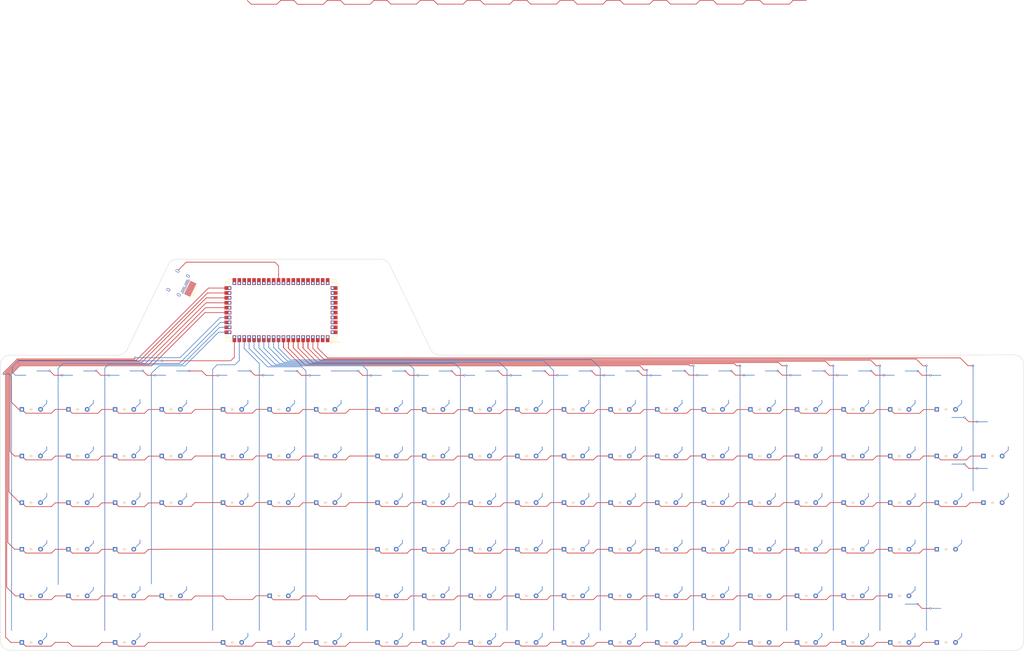
<source format=kicad_pcb>
(kicad_pcb (version 20240108) (generator "pcbnew") (generator_version "8.0")
  (title_block (title "ortho") (rev "v1.0.0") (company "Unknown"))
  (layers (0 "F.Cu" signal) (31 "B.Cu" signal) (34 "B.Paste" user) (35 "F.Paste" user) (36 "B.SilkS" user "B.Silkscreen") (37 "F.SilkS" user "F.Silkscreen") (38 "B.Mask" user) (39 "F.Mask" user) (44 "Edge.Cuts" user))
  (net 0 "")
  (net 1 "num0_space")
  (net 2 "num0_bottom")
  (net 3 "num0_home")
  (net 4 "num0_top")
  (net 5 "num0_num-row")
  (net 6 "num0_f-row")
  (net 7 "num1_bottom")
  (net 8 "num1_home")
  (net 9 "num1_top")
  (net 10 "num1_num-row")
  (net 11 "num1_f-row")
  (net 12 "num2_space")
  (net 13 "num2_bottom")
  (net 14 "num2_home")
  (net 15 "num2_top")
  (net 16 "num2_num-row")
  (net 17 "num2_f-row")
  (net 18 "num3_bottom")
  (net 19 "num3_top")
  (net 20 "num3_num-row")
  (net 21 "num3_f-row")
  (net 22 "l-arrow_space")
  (net 23 "l-arrow_top")
  (net 24 "l-arrow_num-row")
  (net 25 "l-arrow_f-row")
  (net 26 "d-arrow_space")
  (net 27 "d-arrow_bottom")
  (net 28 "d-arrow_top")
  (net 29 "d-arrow_num-row")
  (net 30 "d-arrow_f-row")
  (net 31 "r-arrow_space")
  (net 32 "r-arrow_top")
  (net 33 "r-arrow_num-row")
  (net 34 "r-arrow_f-row")
  (net 35 "l-funct0_space")
  (net 36 "l-funct0_bottom")
  (net 37 "l-funct0_home")
  (net 38 "l-funct0_top")
  (net 39 "l-funct0_num-row")
  (net 40 "l-funct0_f-row")
  (net 41 "l-pinky_space")
  (net 42 "l-pinky_bottom")
  (net 43 "l-pinky_home")
  (net 44 "l-pinky_top")
  (net 45 "l-pinky_num-row")
  (net 46 "l-pinky_f-row")
  (net 47 "l-ring_space")
  (net 48 "l-ring_bottom")
  (net 49 "l-ring_home")
  (net 50 "l-ring_top")
  (net 51 "l-ring_num-row")
  (net 52 "l-ring_f-row")
  (net 53 "l-middle_space")
  (net 54 "l-middle_bottom")
  (net 55 "l-middle_home")
  (net 56 "l-middle_top")
  (net 57 "l-middle_num-row")
  (net 58 "l-middle_f-row")
  (net 59 "l-index_space")
  (net 60 "l-index_bottom")
  (net 61 "l-index_home")
  (net 62 "l-index_top")
  (net 63 "l-index_num-row")
  (net 64 "l-index_f-row")
  (net 65 "l-thumb_space")
  (net 66 "l-thumb_bottom")
  (net 67 "l-thumb_home")
  (net 68 "l-thumb_top")
  (net 69 "l-thumb_num-row")
  (net 70 "l-thumb_f-row")
  (net 71 "r-thumb_space")
  (net 72 "r-thumb_bottom")
  (net 73 "r-thumb_home")
  (net 74 "r-thumb_top")
  (net 75 "r-thumb_num-row")
  (net 76 "r-thumb_f-row")
  (net 77 "r-index_space")
  (net 78 "r-index_bottom")
  (net 79 "r-index_home")
  (net 80 "r-index_top")
  (net 81 "r-index_num-row")
  (net 82 "r-index_f-row")
  (net 83 "r-middle_space")
  (net 84 "r-middle_bottom")
  (net 85 "r-middle_home")
  (net 86 "r-middle_top")
  (net 87 "r-middle_num-row")
  (net 88 "r-middle_f-row")
  (net 89 "r-ring_space")
  (net 90 "r-ring_bottom")
  (net 91 "r-ring_home")
  (net 92 "r-ring_top")
  (net 93 "r-ring_num-row")
  (net 94 "r-ring_f-row")
  (net 95 "r-pinky_space")
  (net 96 "r-pinky_bottom")
  (net 97 "r-pinky_home")
  (net 98 "r-pinky_top")
  (net 99 "r-pinky_num-row")
  (net 100 "r-pinky_f-row")
  (net 101 "r-funct0_space")
  (net 102 "r-funct0_bottom")
  (net 103 "r-funct0_home")
  (net 104 "r-funct0_top")
  (net 105 "r-funct0_num-row")
  (net 106 "r-funct0_f-row")
  (net 107 "r-funct1_space")
  (net 108 "r-funct1_home")
  (net 109 "r-funct1_top")
  (net 110 "r-funct1_num-row")
  (net 111 "r-funct1_f-row")
  (net 112 "r-funct2_top")
  (net 113 "r-funct2_num-row")
  (footprint "my-footprints:diode_tht" (layer "F.Cu") (at 198.675 100.275)
    (property "Reference" "D40" (hide yes))
    (property "Value" "" (hide yes))
  )
  (footprint "my-footprints:diode_tht" (layer "F.Cu") (at 312.675 176.275)
    (property "Reference" "D72" (hide yes))
    (property "Value" "" (hide yes))
  )
  (footprint "my-footprints:diode_tht" (layer "F.Cu") (at 426.675 138.275)
    (property "Reference" "D109" (hide yes))
    (property "Value" "" (hide yes))
  )
  (footprint "my-footprints:diode_tht" (layer "F.Cu") (at 426.675 157.275)
    (property "Reference" "D108" (hide yes))
    (property "Value" "" (hide yes))
  )
  (footprint "my-footprints:diode_tht" (layer "F.Cu") (at 445.675 119.275)
    (property "Reference" "D113" (hide yes))
    (property "Value" "" (hide yes))
  )
  (footprint "my-footprints:diode_tht" (layer "F.Cu") (at 173.675 195.275)
    (property "Reference" "D31" (hide yes))
    (property "Value" "" (hide yes))
  )
  (footprint "my-footprints:diode_tht" (layer "F.Cu") (at 53.675 138.275)
    (property "Reference" "D4" (hide yes))
    (property "Value" "" (hide yes))
  )
  (footprint "my-footprints:diode_tht" (layer "F.Cu") (at 91.675 176.275)
    (property "Reference" "D13" (hide yes))
    (property "Value" "" (hide yes))
  )
  (footprint "my-footprints:diode_tht" (layer "F.Cu") (at 388.675 176.275)
    (property "Reference" "D96" (hide yes))
    (property "Value" "" (hide yes))
  )
  (footprint "my-footprints:diode_tht" (layer "F.Cu") (at 154.675 176.275)
    (property "Reference" "D27" (hide yes))
    (property "Value" "" (hide yes))
  )
  (footprint "my-footprints:diode_tht" (layer "F.Cu") (at 173.675 138.275)
    (property "Reference" "D32" (hide yes))
    (property "Value" "" (hide yes))
  )
  (footprint "my-footprints:diode_tht" (layer "F.Cu") (at 388.675 138.275)
    (property "Reference" "D98" (hide yes))
    (property "Value" "" (hide yes))
  )
  (footprint "my-footprints:diode_tht" (layer "F.Cu") (at 350.675 100.275)
    (property "Reference" "D88" (hide yes))
    (property "Value" "" (hide yes))
  )
  (footprint "my-footprints:diode_tht" (layer "F.Cu") (at 312.675 195.275)
    (property "Reference" "D71" (hide yes))
    (property "Value" "" (hide yes))
  )
  (footprint "my-footprints:diode_tht" (layer "F.Cu") (at 274.675 138.275)
    (property "Reference" "D62" (hide yes))
    (property "Value" "" (hide yes))
  )
  (footprint "my-footprints:diode_tht" (layer "F.Cu") (at 135.675 138.275)
    (property "Reference" "D23" (hide yes))
    (property "Value" "" (hide yes))
  )
  (footprint "my-footprints:diode_tht" (layer "F.Cu") (at 331.675 195.275)
    (property "Reference" "D77" (hide yes))
    (property "Value" "" (hide yes))
  )
  (footprint "my-footprints:diode_tht" (layer "F.Cu") (at 217.675 138.275)
    (property "Reference" "D44" (hide yes))
    (property "Value" "" (hide yes))
  )
  (footprint "my-footprints:diode_tht" (layer "F.Cu") (at 72.675 157.275)
    (property "Reference" "D8" (hide yes))
    (property "Value" "" (hide yes))
  )
  (footprint "my-footprints:diode_tht" (layer "F.Cu") (at 312.675 119.275)
    (property "Reference" "D75" (hide yes))
    (property "Value" "" (hide yes))
  )
  (footprint "my-footprints:diode_tht" (layer "F.Cu") (at 350.675 138.275)
    (property "Reference" "D86" (hide yes))
    (property "Value" "" (hide yes))
  )
  (footprint "my-footprints:diode_tht" (layer "F.Cu") (at 255.675 157.275)
    (property "Reference" "D55" (hide yes))
    (property "Value" "" (hide yes))
  )
  (footprint "my-footprints:diode_tht" (layer "F.Cu") (at 255.675 176.275)
    (property "Reference" "D54" (hide yes))
    (property "Value" "" (hide yes))
  )
  (footprint "my-footprints:diode_tht" (layer "F.Cu") (at 236.675 138.275)
    (property "Reference" "D50" (hide yes))
    (property "Value" "" (hide yes))
  )
  (footprint "my-footprints:diode_tht" (layer "F.Cu") (at 91.675 100.275)
    (property "Reference" "D17" (hide yes))
    (property "Value" "" (hide yes))
  )
  (footprint "my-footprints:diode_tht" (layer "F.Cu") (at 369.675 176.275)
    (property "Reference" "D90" (hide yes))
    (property "Value" "" (hide yes))
  )
  (footprint "my-footprints:diode_tht" (layer "F.Cu") (at 407.675 157.275)
    (property "Reference" "D103" (hide yes))
    (property "Value" "" (hide yes))
  )
  (footprint "my-footprints:diode_tht" (layer "F.Cu") (at 217.675 157.275)
    (property "Reference" "D43" (hide yes))
    (property "Value" "" (hide yes))
  )
  (footprint "my-footprints:diode_tht" (layer "F.Cu") (at 135.675 119.275)
    (property "Reference" "D24" (hide yes))
    (property "Value" "" (hide yes))
  )
  (footprint "my-footprints:diode_tht" (layer "F.Cu") (at 198.675 195.275)
    (property "Reference" "D35" (hide yes))
    (property "Value" "" (hide yes))
  )
  (footprint "my-footprints:diode_tht" (layer "F.Cu") (at 388.675 119.275)
    (property "Reference" "D99" (hide yes))
    (property "Value" "" (hide yes))
  )
  (footprint "my-footprints:diode_tht" (layer "F.Cu") (at 293.675 138.275)
    (property "Reference" "D68" (hide yes))
    (property "Value" "" (hide yes))
  )
  (footprint "my-footprints:diode_tht" (layer "F.Cu") (at 255.675 195.275)
    (property "Reference" "D53" (hide yes))
    (property "Value" "" (hide yes))
  )
  (footprint "my-footprints:diode_tht" (layer "F.Cu") (at 407.675 100.275)
    (property "Reference" "D106" (hide yes))
    (property "Value" "" (hide yes))
  )
  (footprint "my-footprints:diode_tht" (layer "F.Cu") (at 407.675 138.275)
    (property "Reference" "D104" (hide yes))
    (property "Value" "" (hide yes))
  )
  (footprint "RP2xxx_Stamp:RP2xxx_Stamp_XL_THT" (layer "F.Cu") (at 155.505 59.81)
    (property "Reference" "REF**")
    (property "Value" "RP2xxx_Stamp_XL_THT")
  )
  (footprint "my-footprints:diode_tht" (layer "F.Cu") (at 110.675 119.275)
    (property "Reference" "D20" (hide yes))
    (property "Value" "" (hide yes))
  )
  (footprint "my-footprints:diode_tht" (layer "F.Cu") (at 217.675 195.275)
    (property "Reference" "D41" (hide yes))
    (property "Value" "" (hide yes))
  )
  (footprint "my-footprints:diode_tht" (layer "F.Cu") (at 236.675 100.275)
    (property "Reference" "D52" (hide yes))
    (property "Value" "" (hide yes))
  )
  (footprint "my-footprints:diode_tht" (layer "F.Cu") (at 426.675 119.275)
    (property "Reference" "D110" (hide yes))
    (property "Value" "" (hide yes))
  )
  (footprint "my-footprints:diode_tht" (layer "F.Cu") (at 293.675 100.275)
    (property "Reference" "D70" (hide yes))
    (property "Value" "" (hide yes))
  )
  (footprint "my-footprints:diode_tht" (layer "F.Cu") (at 274.675 119.275)
    (property "Reference" "D63" (hide yes))
    (property "Value" "" (hide yes))
  )
  (footprint "my-footprints:diode_tht" (layer "F.Cu") (at 53.675 100.275)
    (property "Reference" "D6" (hide yes))
    (property "Value" "" (hide yes))
  )
  (footprint "my-footprints:diode_tht" (layer "F.Cu") (at 369.675 157.275)
    (property "Reference" "D91" (hide yes))
    (property "Value" "" (hide yes))
  )
  (footprint "my-footprints:diode_tht" (layer "F.Cu") (at 217.675 176.275)
    (property "Reference" "D42" (hide yes))
    (property "Value" "" (hide yes))
  )
  (footprint "my-footprints:diode_tht" (layer "F.Cu") (at 369.675 119.275)
    (property "Reference" "D93" (hide yes))
    (property "Value" "" (hide yes))
  )
  (footprint "my-footprints:diode_tht" (layer "F.Cu") (at 255.675 100.275)
    (property "Reference" "D58" (hide yes))
    (property "Value" "" (hide yes))
  )
  (footprint "my-footprints:diode_tht" (layer "F.Cu") (at 293.675 195.275)
    (property "Reference" "D65" (hide yes))
    (property "Value" "" (hide yes))
  )
  (footprint "my-footprints:diode_tht" (layer "F.Cu") (at 388.675 195.275)
    (property "Reference" "D95" (hide yes))
    (property "Value" "" (hide yes))
  )
  (footprint "my-footprints:diode_tht" (layer "F.Cu") (at 154.675 100.275)
    (property "Reference" "D30" (hide yes))
    (property "Value" "" (hide yes))
  )
  (footprint "my-footprints:diode_tht" (layer "F.Cu") (at 426.675 100.275)
    (property "Reference" "D111" (hide yes))
    (property "Value" "" (hide yes))
  )
  (footprint "my-footprints:diode_tht" (layer "F.Cu") (at 72.675 119.275)
    (property "Reference" "D10" (hide yes))
    (property "Value" "" (hide yes))
  )
  (footprint "my-footprints:diode_tht" (layer "F.Cu") (at 53.675 176.275)
    (property "Reference" "D2" (hide yes))
    (property "Value" "" (hide yes))
  )
  (footprint "my-footprints:diode_tht" (layer "F.Cu") (at 173.675 119.275)
    (property "Reference" "D33" (hide yes))
    (property "Value" "" (hide yes))
  )
  (footprint "my-footprints:diode_tht" (layer "F.Cu") (at 110.675 138.275)
    (property "Reference" "D19" (hide yes))
    (property "Value" "" (hide yes))
  )
  (footprint "my-footprints:diode_tht" (layer "F.Cu") (at 407.675 176.275)
    (property "Reference" "D102" (hide yes))
    (property "Value" "" (hide yes))
  )
  (footprint "my-footprints:diode_tht" (layer "F.Cu") (at 154.675 195.275)
    (property "Reference" "D26" (hide yes))
    (property "Value" "" (hide yes))
  )
  (footprint "my-footprints:diode_tht" (layer "F.Cu") (at 198.675 119.275)
    (property "Reference" "D39" (hide yes))
    (property "Value" "" (hide yes))
  )
  (footprint "my-footprints:diode_tht" (layer "F.Cu") (at 369.675 138.275)
    (property "Reference" "D92" (hide yes))
    (property "Value" "" (hide yes))
  )
  (footprint "my-footprints:diode_tht" (layer "F.Cu") (at 350.675 195.275)
    (property "Reference" "D83" (hide yes))
    (property "Value" "" (hide yes))
  )
  (footprint "my-footprints:diode_tht" (layer "F.Cu") (at 110.675 176.275)
    (property "Reference" "D18" (hide yes))
    (property "Value" "" (hide yes))
  )
  (footprint "my-footprints:diode_tht" (layer "F.Cu") (at 312.675 100.275)
    (property "Reference" "D76" (hide yes))
    (property "Value" "" (hide yes))
  )
  (footprint "my-footprints:diode_tht" (layer "F.Cu") (at 274.675 176.275)
    (property "Reference" "D60" (hide yes))
    (property "Value" "" (hide yes))
  )
  (footprint "my-footprints:diode_tht" (layer "F.Cu") (at 217.675 100.275)
    (property "Reference" "D46" (hide yes))
    (property "Value" "" (hide yes))
  )
  (footprint "my-footprints:diode_tht" (layer "F.Cu") (at 154.675 119.275)
    (property "Reference" "D29" (hide yes))
    (property "Value" "" (hide yes))
  )
  (footprint "my-footprints:diode_tht" (layer "F.Cu") (at 331.675 176.275)
    (property "Reference" "D78" (hide yes))
    (property "Value" "" (hide yes))
  )
  (footprint "my-footprints:diode_tht" (layer "F.Cu") (at 426.675 195.275)
    (property "Reference" "D107" (hide yes))
    (property "Value" "" (hide yes))
  )
  (footprint "my-footprints:diode_tht" (layer "F.Cu") (at 236.675 176.275)
    (property "Reference" "D48" (hide yes))
    (property "Value" "" (hide yes))
  )
  (footprint "my-footprints:diode_tht" (layer "F.Cu") (at 53.675 119.275)
    (property "Reference" "D5" (hide yes))
    (property "Value" "" (hide yes))
  )
  (footprint "my-footprints:diode_tht" (layer "F.Cu") (at 293.675 119.275)
    (property "Reference" "D69" (hide yes))
    (property "Value" "" (hide yes))
  )
  (footprint "my-footprints:diode_tht" (layer "F.Cu") (at 350.675 176.275)
    (property "Reference" "D84" (hide yes))
    (property "Value" "" (hide yes))
  )
  (footprint "my-footprints:diode_tht" (layer "F.Cu") (at 350.675 157.275)
    (property "Reference" "D85" (hide yes))
    (property "Value" "" (hide yes))
  )
  (footprint "my-footprints:diode_tht" (layer "F.Cu") (at 91.675 138.275)
    (property "Reference" "D15" (hide yes))
    (property "Value" "" (hide yes))
  )
  (footprint "my-footprints:diode_tht" (layer "F.Cu") (at 331.675 100.275)
    (property "Reference" "D82" (hide yes))
    (property "Value" "" (hide yes))
  )
  (footprint "my-footprints:diode_tht" (layer "F.Cu") (at 72.675 138.275)
    (property "Reference" "D9" (hide yes))
    (property "Value" "" (hide yes))
  )
  (footprint "my-footprints:diode_tht" (layer "F.Cu") (at 274.675 157.275)
    (property "Reference" "D61" (hide yes))
    (property "Value" "" (hide yes))
  )
  (footprint "my-footprints:diode_tht" (layer "F.Cu") (at 255.675 119.275)
    (property "Reference" "D57" (hide yes))
    (property "Value" "" (hide yes))
  )
  (footprint "my-footprints:diode_tht" (layer "F.Cu") (at 91.675 119.275)
    (property "Reference" "D16" (hide yes))
    (property "Value" "" (hide yes))
  )
  (footprint "my-footprints:diode_tht" (layer "F.Cu") (at 312.675 138.275)
    (property "Reference" "D74" (hide yes))
    (property "Value" "" (hide yes))
  )
  (footprint "my-footprints:diode_tht" (layer "F.Cu") (at 369.675 195.275)
    (property "Reference" "D89" (hide yes))
    (property "Value" "" (hide yes))
  )
  (footprint "my-footprints:diode_tht" (layer "F.Cu") (at 255.675 138.275)
    (property "Reference" "D56" (hide yes))
    (property "Value" "" (hide yes))
  )
  (footprint "my-footprints:diode_tht" (layer "F.Cu") (at 236.675 119.275)
    (property "Reference" "D51" (hide yes))
    (property "Value" "" (hide yes))
  )
  (footprint "my-footprints:diode_tht" (layer "F.Cu") (at 198.675 157.275)
    (property "Reference" "D37" (hide yes))
    (property "Value" "" (hide yes))
  )
  (footprint "my-footprints:diode_tht" (layer "F.Cu") (at 331.675 119.275)
    (property "Reference" "D81" (hide yes))
    (property "Value" "" (hide yes))
  )
  (footprint "my-footprints:diode_tht" (layer "F.Cu") (at 72.675 176.275)
    (property "Reference" "D7" (hide yes))
    (property "Value" "" (hide yes))
  )
  (footprint "Type-C:Wurth-632723300011-HandSoldering" (layer "F.Cu") (at 108.341008 46.135967 -116)
    (property "Reference" "REF**")
    (property "Value" "Wurth-632723300011")
  )
  (footprint "my-footprints:diode_tht" (layer "F.Cu") (at 135.675 195.275)
    (property "Reference" "D22" (hide yes))
    (property "Value" "" (hide yes))
  )
  (footprint "my-footprints:diode_tht" (layer "F.Cu") (at 369.675 100.275)
    (property "Reference" "D94" (hide yes))
    (property "Value" "" (hide yes))
  )
  (footprint "my-footprints:diode_tht" (layer "F.Cu") (at 91.675 157.275)
    (property "Reference" "D14" (hide yes))
    (property "Value" "" (hide yes))
  )
  (footprint "my-footprints:diode_tht" (layer "F.Cu") (at 331.675 157.275)
    (property "Reference" "D79" (hide yes))
    (property "Value" "" (hide yes))
  )
  (footprint "my-footprints:diode_tht" (layer "F.Cu") (at 154.675 138.275)
    (property "Reference" "D28" (hide yes))
    (property "Value" "" (hide yes))
  )
  (footprint "my-footprints:diode_tht" (layer "F.Cu") (at 388.675 100.275)
    (property "Reference" "D100" (hide yes))
    (property "Value" "" (hide yes))
  )
  (footprint "my-footprints:diode_tht" (layer "F.Cu") (at 53.675 157.275)
    (property "Reference" "D3" (hide yes))
    (property "Value" "" (hide yes))
  )
  (footprint "my-footprints:diode_tht" (layer "F.Cu") (at 350.675 119.275)
    (property "Reference" "D87" (hide yes))
    (property "Value" "" (hide yes))
  )
  (footprint "my-footprints:diode_tht" (layer "F.Cu") (at 91.675 195.275)
    (property "Reference" "D12" (hide yes))
    (property "Value" "" (hide yes))
  )
  (footprint "my-footprints:diode_tht" (layer "F.Cu") (at 217.675 119.275)
    (property "Reference" "D45" (hide yes))
    (property "Value" "" (hide yes))
  )
  (footprint "my-footprints:diode_tht" (layer "F.Cu") (at 407.675 195.275)
    (property "Reference" "D101" (hide yes))
    (property "Value" "" (hide yes))
  )
  (footprint "my-footprints:diode_tht" (layer "F.Cu") (at 293.675 176.275)
    (property "Reference" "D66" (hide yes))
    (property "Value" "" (hide yes))
  )
  (footprint "my-footprints:diode_tht" (layer "F.Cu") (at 274.675 100.275)
    (property "Reference" "D64" (hide yes))
    (property "Value" "" (hide yes))
  )
  (footprint "my-footprints:diode_tht" (layer "F.Cu") (at 198.675 138.275)
    (property "Reference" "D38" (hide yes))
    (property "Value" "" (hide yes))
  )
  (footprint "my-footprints:diode_tht" (layer "F.Cu") (at 331.675 138.275)
    (property "Reference" "D80" (hide yes))
    (property "Value" "" (hide yes))
  )
  (footprint "my-footprints:diode_tht" (layer "F.Cu") (at 445.675 138.275)
    (property "Reference" "D112" (hide yes))
    (property "Value" "" (hide yes))
  )
  (footprint "my-footprints:diode_tht" (layer "F.Cu") (at 110.675 100.275)
    (property "Reference" "D21" (hide yes))
    (property "Value" "" (hide yes))
  )
  (footprint "my-footprints:diode_tht" (layer "F.Cu") (at 293.675 157.275)
    (property "Reference" "D67" (hide yes))
    (property "Value" "" (hide yes))
  )
  (footprint "my-footprints:diode_tht" (layer "F.Cu") (at 53.675 195.275)
    (property "Reference" "D1" (hide yes))
    (property "Value" "" (hide yes))
  )
  (footprint "my-footprints:diode_tht" (layer "F.Cu") (at 388.675 157.275)
    (property "Reference" "D97" (hide yes))
    (property "Value" "" (hide yes))
  )
  (footprint "my-footprints:diode_tht" (layer "F.Cu") (at 407.675 119.275)
    (property "Reference" "D105" (hide yes))
    (property "Value" "" (hide yes))
  )
  (footprint "my-footprints:diode_tht" (layer "F.Cu") (at 173.675 100.275)
    (property "Reference" "D34" (hide yes))
    (property "Value" "" (hide yes))
  )
  (footprint "my-footprints:diode_tht" (layer "F.Cu") (at 274.675 195.275)
    (property "Reference" "D59" (hide yes))
    (property "Value" "" (hide yes))
  )
  (footprint "my-footprints:diode_tht" (layer "F.Cu") (at 312.675 157.275)
    (property "Reference" "D73" (hide yes))
    (property "Value" "" (hide yes))
  )
  (footprint "my-footprints:diode_tht" (layer "F.Cu") (at 236.675 195.275)
    (property "Reference" "D47" (hide yes))
    (property "Value" "" (hide yes))
  )
  (footprint "my-footprints:diode_tht" (layer "F.Cu") (at 135.675 100.275)
    (property "Reference" "D25" (hide yes))
    (property "Value" "" (hide yes))
  )
  (footprint "my-footprints:diode_tht" (layer "F.Cu") (at 198.675 176.275)
    (property "Reference" "D36" (hide yes))
    (property "Value" "" (hide yes))
  )
  (footprint "my-footprints:diode_tht" (layer "F.Cu") (at 72.675 100.275)
    (property "Reference" "D11" (hide yes))
    (property "Value" "" (hide yes))
  )
  (footprint "my-footprints:diode_tht" (layer "F.Cu") (at 236.675 157.275)
    (property "Reference" "D49" (hide yes))
    (property "Value" "" (hide yes))
  )
  (gr_line (start 45.025 198.425) (end 426.657934 198.425) (stroke (width 0.15)) (layer "Edge.Cuts"))
  (gr_line (start 426.692056 198.425146) (end 454.290878 198.660586) (stroke (width 0.15)) (layer "Edge.Cuts"))
  (gr_line (start 454.313626 78.046407) (end 426.680697 78.124984) (stroke (width 0.15)) (layer "Edge.Cuts"))
  (gr_arc (start 92.769199 75.873254) (mid 91.29362 77.51565) (end 89.171476 78.125) (stroke (width 0.15)) (layer "Edge.Cuts"))
  (gr_line (start 41.025 82.125) (end 41.025 194.425) (stroke (width 0.15)) (layer "Edge.Cuts"))
  (gr_arc (start 109.580801 41.276746) (mid 111.05638 39.63435) (end 113.178524 39.025) (stroke (width 0.15)) (layer "Edge.Cuts"))
  (gr_line (start 458.325 194.660731) (end 458.325 82.046391) (stroke (width 0.15)) (layer "Edge.Cuts"))
  (gr_line (start 216.580801 75.873254) (end 199.769199 41.276746) (stroke (width 0.15)) (layer "Edge.Cuts"))
  (gr_arc (start 220.178524 78.125) (mid 218.056381 77.51565) (end 216.580801 75.873254) (stroke (width 0.15)) (layer "Edge.Cuts"))
  (gr_arc (start 458.325001 194.660731) (mid 457.141338 197.501197) (end 454.290878 198.660586) (stroke (width 0.15)) (layer "Edge.Cuts"))
  (gr_line (start 109.580801 41.276746) (end 92.769199 75.873254) (stroke (width 0.15)) (layer "Edge.Cuts"))
  (gr_arc (start 41.025 82.125) (mid 42.196573 79.296573) (end 45.025 78.125) (stroke (width 0.15)) (layer "Edge.Cuts"))
  (gr_arc (start 454.313626 78.046407) (mid 457.149403 79.213945) (end 458.325 82.046391) (stroke (width 0.15)) (layer "Edge.Cuts"))
  (gr_arc (start 426.657934 198.424999) (mid 426.674995 198.425035) (end 426.692056 198.425145) (stroke (width 0.15)) (layer "Edge.Cuts"))
  (gr_line (start 113.178524 39.025) (end 196.171476 39.025) (stroke (width 0.15)) (layer "Edge.Cuts"))
  (gr_line (start 89.171476 78.125) (end 45.025 78.125) (stroke (width 0.15)) (layer "Edge.Cuts"))
  (gr_line (start 426.669323 78.125) (end 220.178524 78.125) (stroke (width 0.15)) (layer "Edge.Cuts"))
  (gr_arc (start 196.171476 39.025) (mid 198.293619 39.63435) (end 199.769199 41.276746) (stroke (width 0.15)) (layer "Edge.Cuts"))
  (gr_arc (start 45.025 198.425) (mid 42.196573 197.253427) (end 41.025 194.425) (stroke (width 0.15)) (layer "Edge.Cuts"))
  (gr_arc (start 426.680697 78.124984) (mid 426.67501 78.124996) (end 426.669323 78.125) (stroke (width 0.15)) (layer "Edge.Cuts"))
  (segment (start 194.865 138.275) (end 183.45 138.275) (width 0.25) (layer "F.Cu") (net 0))
  (segment (start 160.505 75.225) (end 160.505 71.46) (width 0.25) (layer "F.Cu") (net 0))
  (segment (start 49.06 82.48) (end 45.54 86) (width 0.25) (layer "F.Cu") (net 0))
  (segment (start 282.835 177.825) (end 284.385 176.275) (width 0.25) (layer "F.Cu") (net 0))
  (segment (start 47.165 176.275) (end 43.69 172.8) (width 0.25) (layer "F.Cu") (net 0))
  (segment (start 377.9175 101.85) (end 379.4675 100.3) (width 0.25) (layer "F.Cu") (net 0))
  (segment (start 70.3825 196.825) (end 80.8675 196.825) (width 0.25) (layer "F.Cu") (net 0))
  (segment (start 170.46 70.855) (end 170.505 70.81) (width 0.25) (layer "F.Cu") (net 0))
  (segment (start 312.7 -66.5) (end 314.25 -64.95) (width 0.25) (layer "F.Cu") (net 0))
  (segment (start 101.4525 119.325) (end 106.8675 119.325) (width 0.25) (layer "F.Cu") (net 0))
  (segment (start 358.845 177.825) (end 360.395 176.275) (width 0.25) (layer "F.Cu") (net 0))
  (segment (start 48.33 80.64) (end 97.73 80.64) (width 0.25) (layer "F.Cu") (net 0))
  (segment (start 435.8825 105.31) (end 434.1225 103.55) (width 0.25) (layer "F.Cu") (net 0))
  (segment (start 63.4925 157.3) (end 68.9075 157.3) (width 0.25) (layer "F.Cu") (net 0))
  (segment (start 268.2125 86.35) (end 264.8125 86.35) (width 0.25) (layer "F.Cu") (net 0))
  (segment (start 301.9275 101.875) (end 303.4775 100.325) (width 0.25) (layer "F.Cu") (net 0))
  (segment (start 145.405 138.245) (end 150.82 138.245) (width 0.25) (layer "F.Cu") (net 0))
  (segment (start 196.425 139.85) (end 206.91 139.85) (width 0.25) (layer "F.Cu") (net 0))
  (segment (start 350.685 -66.475) (end 352.235 -64.925) (width 0.25) (layer "F.Cu") (net 0))
  (segment (start 120.5 119.275) (end 120.495 119.27) (width 0.25) (layer "F.Cu") (net 0))
  (segment (start 164.425 100.32) (end 169.84 100.32) (width 0.25) (layer "F.Cu") (net 0))
  (segment (start 365.8 176.25) (end 367.35 177.8) (width 0.25) (layer "F.Cu") (net 0))
  (segment (start 154.505 45.255) (end 154.505 45.41) (width 0.25) (layer "F.Cu") (net 0))
  (segment (start 310.375 196.775) (end 320.86 196.775) (width 0.25) (layer "F.Cu") (net 0))
  (segment (start 308.85 119.25) (end 310.4 120.8) (width 0.25) (layer "F.Cu") (net 0))
  (segment (start 171.42 120.82) (end 169.87 119.27) (width 0.25) (layer "F.Cu") (net 0))
  (segment (start 82.425 100.3) (end 87.84 100.3) (width 0.25) (layer "F.Cu") (net 0))
  (segment (start 226.8525 86.38) (end 225.0925 84.62) (width 0.25) (layer "F.Cu") (net 0))
  (segment (start 267.76 -64.95) (end 269.31 -66.5) (width 0.25) (layer "F.Cu") (net 0))
  (segment (start 244.895 139.875) (end 246.445 138.325) (width 0.25) (layer "F.Cu") (net 0))
  (segment (start 133.365 101.795) (end 143.85 101.795) (width 0.25) (layer "F.Cu") (net 0))
  (segment (start 156.505 70.81) (end 156.505 75.095) (width 0.25) (layer "F.Cu") (net 0))
  (segment (start 208.485 119.3) (end 213.9 119.3) (width 0.25) (layer "F.Cu") (net 0))
  (segment (start 194.865 195.275) (end 183.435 195.275) (width 0.25) (layer "F.Cu") (net 0))
  (segment (start 362.72 -64.925) (end 364.27 -66.475) (width 0.25) (layer "F.Cu") (net 0))
  (segment (start 217.7 -66.475) (end 219.25 -64.925) (width 0.25) (layer "F.Cu") (net 0))
  (segment (start 341.385 138.275) (end 346.8 138.275) (width 0.25) (layer "F.Cu") (net 0))
  (segment (start 206.9925 101.9) (end 208.5425 100.35) (width 0.25) (layer "F.Cu") (net 0))
  (segment (start 163.91 82.5) (end 301.82 82.5) (width 0.25) (layer "F.Cu") (net 0))
  (segment (start 150.8225 176.32) (end 152.3725 177.87) (width 0.25) (layer "F.Cu") (net 0))
  (segment (start 327.8825 100.325) (end 329.4325 101.875) (width 0.25) (layer "F.Cu") (net 0))
  (segment (start 346.8925 100.325) (end 348.4425 101.875) (width 0.25) (layer "F.Cu") (net 0))
  (segment (start 87.8425 195.275) (end 89.3925 196.825) (width 0.25) (layer "F.Cu") (net 0))
  (segment (start 377.835 177.8) (end 379.385 176.25) (width 0.25) (layer "F.Cu") (net 0))
  (segment (start 152.395 120.87) (end 162.88 120.87) (width 0.25) (layer "F.Cu") (net 0))
  (segment (start 398.36 157.3) (end 403.775 157.3) (width 0.25) (layer "F.Cu") (net 0))
  (segment (start 188.87 100.275) (end 194.865 100.275) (width 0.25) (layer "F.Cu") (net 0))
  (segment (start 365.8 195.225) (end 367.35 196.775) (width 0.25) (layer "F.Cu") (net 0))
  (segment (start 120.485 176.34) (end 131.8925 176.34) (width 0.25) (layer "F.Cu") (net 0))
  (segment (start 244.895 177.875) (end 246.445 176.325) (width 0.25) (layer "F.Cu") (net 0))
  (segment (start 436.485 119.3) (end 441.9 119.3) (width 0.25) (layer "F.Cu") (net 0))
  (segment (start 63.4675 138.35) (end 68.8825 138.35) (width 0.25) (layer "F.Cu") (net 0))
  (segment (start 192.1625 86.4) (end 188.7625 86.4) (width 0.25) (layer "F.Cu") (net 0))
  (segment (start 348.36 196.8) (end 358.845 196.8) (width 0.25) (layer "F.Cu") (net 0))
  (segment (start 232.885 119.325) (end 234.435 120.875) (width 0.25) (layer "F.Cu") (net 0))
  (segment (start 200.275 -64.95) (end 210.76 -64.95) (width 0.25) (layer "F.Cu") (net 0))
  (segment (start 283.8525 86.35) (end 282.0925 84.59) (width 0.25) (layer "F.Cu") (net 0))
  (segment (start 194.9575 100.35) (end 196.5075 101.9) (width 0.25) (layer "F.Cu") (net 0))
  (segment (start 168.505 70.81) (end 168.505 75.385) (width 0.25) (layer "F.Cu") (net 0))
  (segment (start 131.8925 176.34) (end 131.97125 176.41875) (width 0.25) (layer "F.Cu") (net 0))
  (segment (start 133.855 60.81) (end 124.51 60.81) (width 0.25) (layer "F.Cu") (net 0))
  (segment (start 284.4675 100.325) (end 289.8825 100.325) (width 0.25) (layer "F.Cu") (net 0))
  (segment (start 124.76 58.81) (end 101.55 82.02) (width 0.25) (layer "F.Cu") (net 0))
  (segment (start 326.285 -66.5) (end 331.7 -66.5) (width 0.25) (layer "F.Cu") (net 0))
  (segment (start 133.35 196.8) (end 143.835 196.8) (width 0.25) (layer "F.Cu") (net 0))
  (segment (start 284.385 176.275) (end 289.8 176.275) (width 0.25) (layer "F.Cu") (net 0))
  (segment (start 320.86 139.8) (end 322.41 138.25) (width 0.25) (layer "F.Cu") (net 0))
  (segment (start 339.835 139.825) (end 341.385 138.275) (width 0.25) (layer "F.Cu") (net 0))
  (segment (start 301.82 82.5) (end 303.53 84.21) (width 0.25) (layer "F.Cu") (net 0))
  (segment (start 263.86 177.8) (end 265.41 176.25) (width 0.25) (layer "F.Cu") (net 0))
  (segment (start 232.9425 100.375) (end 234.4925 101.925) (width 0.25) (layer "F.Cu") (net 0))
  (segment (start 181.9 101.82) (end 183.45 100.27) (width 0.25) (layer "F.Cu") (net 0))
  (segment (start 329.35 196.8) (end 339.835 196.8) (width 0.25) (layer "F.Cu") (net 0))
  (segment (start 46.855 119.275) (end 49.865 119.275) (width 0.25) (layer "F.Cu") (net 0))
  (segment (start 386.325 177.825) (end 396.81 177.825) (width 0.25) (layer "F.Cu") (net 0))
  (segment (start 341.385 195.25) (end 346.8 195.25) (width 0.25) (layer "F.Cu") (net 0))
  (segment (start 70.4075 120.875) (end 80.8925 120.875) (width 0.25) (layer "F.Cu") (net 0))
  (segment (start 257.275 -64.95) (end 267.76 -64.95) (width 0.25) (layer "F.Cu") (net 0))
  (segment (start 210.76 -64.95) (end 212.31 -66.5) (width 0.25) (layer "F.Cu") (net 0))
  (segment (start 68.8325 176.325) (end 70.3825 177.875) (width 0.25) (layer "F.Cu") (net 0))
  (segment (start 322.435 119.25) (end 327.85 119.25) (width 0.25) (layer "F.Cu") (net 0))
  (segment (start 437.65 82.48) (end 435.57 82.48) (width 0.25) (layer "F.Cu") (net 0))
  (segment (start 188.8525 176.275) (end 194.865 176.275) (width 0.25) (layer "F.Cu") (net 0))
  (segment (start 435.8825 124.32) (end 434.1225 122.56) (width 0.25) (layer "F.Cu") (net 0))
  (segment (start 263.86 158.825) (end 265.41 157.275) (width 0.25) (layer "F.Cu") (net 0))
  (segment (start 164.4075 176.32) (end 169.8225 176.32) (width 0.25) (layer "F.Cu") (net 0))
  (segment (start 270.8 195.25) (end 272.35 196.8) (width 0.25) (layer "F.Cu") (net 0))
  (segment (start 244.895 196.85) (end 246.445 195.3) (width 0.25) (layer "F.Cu") (net 0))
  (segment (start 377.835 158.825) (end 379.385 157.275) (width 0.25) (layer "F.Cu") (net 0))
  (segment (start 341.16 82.48) (end 340.3 81.62) (width 0.25) (layer "F.Cu") (net 0))
  (segment (start 106.91 119.27) (end 108.46 120.82) (width 0.25) (layer "F.Cu") (net 0))
  (segment (start 327.825 119.275) (end 329.375 120.825) (width 0.25) (layer "F.Cu") (net 0))
  (segment (start 42.48 85.84) (end 42.48 85.2) (width 0.25) (layer "F.Cu") (net 0))
  (segment (start 181.8825 177.82) (end 183.4325 176.27) (width 0.25) (layer "F.Cu") (net 0))
  (segment (start 396.8925 101.875) (end 398.4425 100.325) (width 0.25) (layer "F.Cu") (net 0))
  (segment (start 420.2625 86.36) (end 416.8625 86.36) (width 0.25) (layer "F.Cu") (net 0))
  (segment (start 145.4 100.245) (end 150.815 100.245) (width 0.25) (layer "F.Cu") (net 0))
  (segment (start 308.9075 100.3) (end 310.4575 101.85) (width 0.25) (layer "F.Cu") (net 0))
  (segment (start 194.875 157.325) (end 196.425 158.875) (width 0.25) (layer "F.Cu") (net 0))
  (segment (start 342.65 82.48) (end 341.16 82.48) (width 0.25) (layer "F.Cu") (net 0))
  (segment (start 386.325 158.85) (end 396.81 158.85) (width 0.25) (layer "F.Cu") (net 0))
  (segment (start 288.285 -66.475) (end 293.7 -66.475) (width 0.25) (layer "F.Cu") (net 0))
  (segment (start 244.92 120.875) (end 246.47 119.325) (width 0.25) (layer "F.Cu") (net 0))
  (segment (start 193.345 -66.425) (end 198.76 -66.425) (width 0.25) (layer "F.Cu") (net 0))
  (segment (start 108.46 101.85) (end 118.945 101.85) (width 0.25) (layer "F.Cu") (net 0))
  (segment (start 51.4075 196.8) (end 61.8925 196.8) (width 0.25) (layer "F.Cu") (net 0))
  (segment (start 194.875 176.3) (end 196.425 177.85) (width 0.25) (layer "F.Cu") (net 0))
  (segment (start 61.8925 177.85) (end 63.4425 176.3) (width 0.25) (layer "F.Cu") (net 0))
  (segment (start 234.41 139.875) (end 244.895 139.875) (width 0.25) (layer "F.Cu") (net 0))
  (segment (start 70.4325 158.875) (end 80.9175 158.875) (width 0.25) (layer "F.Cu") (net 0))
  (segment (start 48.71 81.56) (end 44.63 85.64) (width 0.25) (layer "F.Cu") (net 0))
  (segment (start 322.41 157.275) (end 327.825 157.275) (width 0.25) (layer "F.Cu") (net 0))
  (segment (start 418.65 82.48) (end 417.18 82.48) (width 0.25) (layer "F.Cu") (net 0))
  (segment (start 358.38 81.16) (end 168.41 81.16) (width 0.25) (layer "F.Cu") (net 0))
  (segment (start 320.86 177.8) (end 322.41 176.25) (width 0.25) (layer "F.Cu") (net 0))
  (segment (start 382.3025 86.33) (end 378.9025 86.33) (width 0.25) (layer "F.Cu") (net 0))
  (segment (start 303.4775 100.325) (end 308.8925 100.325) (width 0.25) (layer "F.Cu") (net 0))
  (segment (start 295.26 -64.925) (end 305.745 -64.925) (width 0.25) (layer "F.Cu") (net 0))
  (segment (start 272.35 139.825) (end 282.835 139.825) (width 0.25) (layer "F.Cu") (net 0))
  (segment (start 346.81 157.3) (end 348.36 158.85) (width 0.25) (layer "F.Cu") (net 0))
  (segment (start 136.505 78.965) (end 136.505 71.46) (width 0.25) (layer "F.Cu") (net 0))
  (segment (start 227.435 176.325) (end 232.85 176.325) (width 0.25) (layer "F.Cu") (net 0))
  (segment (start 384.775 157.3) (end 386.325 158.85) (width 0.25) (layer "F.Cu") (net 0))
  (segment (start 120.52 100.275) (end 131.865 100.275) (width 0.25) (layer "F.Cu") (net 0))
  (segment (start 255.725 -66.5) (end 257.275 -64.95) (width 0.25) (layer "F.Cu") (net 0))
  (segment (start 143.835 196.8) (end 145.385 195.25) (width 0.25) (layer "F.Cu") (net 0))
  (segment (start 215.4 139.875) (end 225.885 139.875) (width 0.25) (layer "F.Cu") (net 0))
  (segment (start 166.505 75.265) (end 171.47 80.23) (width 0.25) (layer "F.Cu") (net 0))
  (segment (start 181.905 120.82) (end 171.42 120.82) (width 0.25) (layer "F.Cu") (net 0))
  (segment (start 106.91 100.3) (end 108.46 101.85) (width 0.25) (layer "F.Cu") (net 0))
  (segment (start 322.18 82.48) (end 321.77 82.07) (width 0.25) (layer "F.Cu") (net 0))
  (segment (start 101.4275 195.275) (end 131.865 195.275) (width 0.25) (layer "F.Cu") (net 0))
  (segment (start 154.505 45.41) (end 154.505 48.16) (width 0.25) (layer "F.Cu") (net 0))
  (segment (start 118.935 177.89) (end 120.485 176.34) (width 0.25) (layer "F.Cu") (net 0))
  (segment (start 171.42 139.82) (end 169.87 138.27) (width 0.25) (layer "F.Cu") (net 0))
  (segment (start 403.785 157.3) (end 405.335 158.85) (width 0.25) (layer "F.Cu") (net 0))
  (segment (start 61.9175 139.9) (end 63.4675 138.35) (width 0.25) (layer "F.Cu") (net 0))
  (segment (start 272.4325 101.875) (end 282.9175 101.875) (width 0.25) (layer "F.Cu") (net 0))
  (segment (start 61.9425 158.85) (end 63.4925 157.3) (width 0.25) (layer "F.Cu") (net 0))
  (segment (start 227.435 157.35) (end 232.85 157.35) (width 0.25) (layer "F.Cu") (net 0))
  (segment (start 246.445 157.35) (end 251.86 157.35) (width 0.25) (layer "F.Cu") (net 0))
  (segment (start 343.71 -64.925) (end 345.26 -66.475) (width 0.25) (layer "F.Cu") (net 0))
  (segment (start 131.815 100.245) (end 133.365 101.795) (width 0.25) (layer "F.Cu") (net 0))
  (segment (start 61.18 84.51) (end 63.02 86.35) (width 0.25) (layer "F.Cu") (net 0))
  (segment (start 196.5075 101.9) (end 206.9925 101.9) (width 0.25) (layer "F.Cu") (net 0))
  (segment (start 124.51 60.81) (end 102.84 82.48) (width 0.25) (layer "F.Cu") (net 0))
  (segment (start 265.41 157.275) (end 270.825 157.275) (width 0.25) (layer "F.Cu") (net 0))
  (segment (start 417.395 119.275) (end 422.81 119.275) (width 0.25) (layer "F.Cu") (net 0))
  (segment (start 253.375 158.825) (end 263.86 158.825) (width 0.25) (layer "F.Cu") (net 0))
  (segment (start 68.8825 157.325) (end 70.4325 158.875) (width 0.25) (layer "F.Cu") (net 0))
  (segment (start 133.37 120.795) (end 143.855 120.795) (width 0.25) (layer "F.Cu") (net 0))
  (segment (start 164.43 119.32) (end 169.845 119.32) (width 0.25) (layer "F.Cu") (net 0))
  (segment (start 206.935 120.85) (end 208.485 119.3) (width 0.25) (layer "F.Cu") (net 0))
  (segment (start 163.82 82.5) (end 163.91 82.5) (width 0.25) (layer "F.Cu") (net 0))
  (segment (start 152.39 101.87) (end 162.875 101.87) (width 0.25) (layer "F.Cu") (net 0))
  (segment (start 82.4175 176.325) (end 87.8325 176.325) (width 0.25) (layer "F.Cu") (net 0))
  (segment (start 377.86 120.8) (end 379.41 119.25) (width 0.25) (layer "F.Cu") (net 0))
  (segment (start 196.45 120.85) (end 206.935 120.85) (width 0.25) (layer "F.Cu") (net 0))
  (segment (start 152.375 196.875) (end 162.86 196.875) (width 0.25) (layer "F.Cu") (net 0))
  (segment (start 68.8575 119.325) (end 70.4075 120.875) (width 0.25) (layer "F.Cu") (net 0))
  (segment (start 384.8575 100.325) (end 386.4075 101.875) (width 0.25) (layer "F.Cu") (net 0))
  (segment (start 160.505 70.81) (end 160.505 75.125) (width 0.25) (layer "F.Cu") (net 0))
  (segment (start 162.8575 177.87) (end 164.4075 176.32) (width 0.25) (layer "F.Cu") (net 0))
  (segment (start 301.845 139.825) (end 303.395 138.275) (width 0.25) (layer "F.Cu") (net 0))
  (segment (start 125.1 86.47) (end 129.73 86.47) (width 0.25) (layer "F.Cu") (net 0))
  (segment (start 215.4 196.85) (end 225.885 196.85) (width 0.25) (layer "F.Cu") (net 0))
  (segment (start 51.4325 139.9) (end 61.9175 139.9) (width 0.25) (layer "F.Cu") (net 0))
  (segment (start 229.735 -64.925) (end 231.285 -66.475) (width 0.25) (layer "F.Cu") (net 0))
  (segment (start 379.4675 100.3) (end 384.8825 100.3) (width 0.25) (layer "F.Cu") (net 0))
  (segment (start 179.76 -66.425) (end 181.31 -64.875) (width 0.25) (layer "F.Cu") (net 0))
  (segment (start 263.9425 101.85) (end 265.4925 100.3) (width 0.25) (layer "F.Cu") (net 0))
  (segment (start 415.82 158.85) (end 417.37 157.3) (width 0.25) (layer "F.Cu") (net 0))
  (segment (start 417.37 157.3) (end 422.785 157.3) (width 0.25) (layer "F.Cu") (net 0))
  (segment (start 188.8475 176.27) (end 188.8525 176.275) (width 0.25) (layer "F.Cu") (net 0))
  (segment (start 348.36 139.825) (end 358.845 139.825) (width 0.25) (layer "F.Cu") (net 0))
  (segment (start 162.88 139.87) (end 164.43 138.32) (width 0.25) (layer "F.Cu") (net 0))
  (segment (start 396.81 158.85) (end 398.36 157.3) (width 0.25) (layer "F.Cu") (net 0))
  (segment (start 346.81 195.25) (end 348.36 196.8) (width 0.25) (layer "F.Cu") (net 0))
  (segment (start 152.395 139.87) (end 162.88 139.87) (width 0.25) (layer "F.Cu") (net 0))
  (segment (start 134.505 64.81) (end 132.57 64.81) (width 0.25) (layer "F.Cu") (net 0))
  (segment (start 148.25 86.34) (end 144.85 86.34) (width 0.25) (layer "F.Cu") (net 0))
  (segment (start 206.91 196.825) (end 208.46 195.275) (width 0.25) (layer "F.Cu") (net 0))
  (segment (start 367.375 120.8) (end 377.86 120.8) (width 0.25) (layer "F.Cu") (net 0))
  (segment (start 131.82 119.245) (end 133.37 120.795) (width 0.25) (layer "F.Cu") (net 0))
  (segment (start 291.36 196.8) (end 301.845 196.8) (width 0.25) (layer "F.Cu") (net 0))
  (segment (start 253.375 139.8) (end 263.86 139.8) (width 0.25) (layer "F.Cu") (net 0))
  (segment (start 163.8325 86.38) (end 162.0725 84.62) (width 0.25) (layer "F.Cu") (net 0))
  (segment (start 272.35 196.8) (end 282.835 196.8) (width 0.25) (layer "F.Cu") (net 0))
  (segment (start 358.845 158.85) (end 360.395 157.3) (width 0.25) (layer "F.Cu") (net 0))
  (segment (start 183.435 195.275) (end 181.885 196.825) (width 0.25) (layer "F.Cu") (net 0))
  (segment (start 329.35 139.825) (end 339.835 139.825) (width 0.25) (layer "F.Cu") (net 0))
  (segment (start 291.36 177.825) (end 301.845 177.825) (width 0.25) (layer "F.Cu") (net 0))
  (segment (start 363.2425 86.33) (end 359.8425 86.33) (width 0.25) (layer "F.Cu") (net 0))
  (segment (start 439.2825 124.32) (end 435.8825 124.32) (width 0.25) (layer "F.Cu") (net 0))
  (segment (start 162.3 -64.875) (end 172.785 -64.875) (width 0.25) (layer "F.Cu") (net 0))
  (segment (start 232.86 195.3) (end 234.41 196.85) (width 0.25) (layer "F.Cu") (net 0))
  (segment (start 49.8575 176.3) (end 51.4075 177.85) (width 0.25) (layer "F.Cu") (net 0))
  (segment (start 396.835 120.825) (end 398.385 119.275) (width 0.25) (layer "F.Cu") (net 0))
  (segment (start 284.385 138.275) (end 289.8 138.275) (width 0.25) (layer "F.Cu") (net 0))
  (segment (start 196.425 177.85) (end 206.91 177.85) (width 0.25) (layer "F.Cu") (net 0))
  (segment (start 415.845 120.825) (end 417.395 119.275) (width 0.25) (layer "F.Cu") (net 0))
  (segment (start 321.77 82.07) (end 165.22 82.07) (width 0.25) (layer "F.Cu") (net 0))
  (segment (start 181.885 196.825) (end 171.4 196.825) (width 0.25) (layer "F.Cu") (net 0))
  (segment (start 215.4825 101.925) (end 225.9675 101.925) (width 0.25) (layer "F.Cu") (net 0))
  (segment (start 145.3825 176.245) (end 150.7975 176.245) (width 0.25) (layer "F.Cu") (net 0))
  (segment (start 303.42 119.275) (end 308.835 119.275) (width 0.25) (layer "F.Cu") (net 0))
  (segment (start 153.02 40.26) (end 116.864188 40.26) (width 0.25) (layer "F.Cu") (net 0))
  (segment (start 333.225 -64.925) (end 343.71 -64.925) (width 0.25) (layer "F.Cu") (net 0))
  (segment (start 43.24 193.14) (end 43.24 85.1) (width 0.25) (layer "F.Cu") (net 0))
  (segment (start 133.855 56.81) (end 124.95 56.81) (width 0.25) (layer "F.Cu") (net 0))
  (segment (start 270.8825 100.325) (end 272.4325 101.875) (width 0.25) (layer "F.Cu") (net 0))
  (segment (start 230.2525 86.38) (end 226.8525 86.38) (width 0.25) (layer "F.Cu") (net 0))
  (segment (start 102.84 82.48) (end 49.06 82.48) (width 0.25) (layer "F.Cu") (net 0))
  (segment (start 401.2725 86.34) (end 397.8725 86.34) (width 0.25) (layer "F.Cu") (net 0))
  (segment (start 166.505 75.295) (end 166.505 71.46) (width 0.25) (layer "F.Cu") (net 0))
  (segment (start 63.02 86.35) (end 66.28 86.35) (width 0.25) (layer "F.Cu") (net 0))
  (segment (start 213.85 138.325) (end 215.4 139.875) (width 0.25) (layer "F.Cu") (net 0))
  (segment (start 345.26 -66.475) (end 350.675 -66.475) (width 0.25) (layer "F.Cu") (net 0))
  (segment (start 341.41 119.275) (end 346.825 119.275) (width 0.25) (layer "F.Cu") (net 0))
  (segment (start 422.85 138.3) (end 424.4 139.85) (width 0.25) (layer "F.Cu") (net 0))
  (segment (start 378.9025 86.33) (end 377.1425 84.57) (width 0.25) (layer "F.Cu") (net 0))
  (segment (start 396.81 196.8) (end 398.36 195.25) (width 0.25) (layer "F.Cu") (net 0))
  (segment (start 348.36 158.85) (end 358.845 158.85) (width 0.25) (layer "F.Cu") (net 0))
  (segment (start 194.865 119.275) (end 183.45 119.275) (width 0.25) (layer "F.Cu") (net 0))
  (segment (start 43.69 172.8) (end 43.69 85.28) (width 0.25) (layer "F.Cu") (net 0))
  (segment (start 131.82 138.245) (end 133.37 139.795) (width 0.25) (layer "F.Cu") (net 0))
  (segment (start 238.26 -64.925) (end 248.745 -64.925) (width 0.25) (layer "F.Cu") (net 0))
  (segment (start 156.505 75.095) (end 163.91 82.5) (width 0.25) (layer "F.Cu") (net 0))
  (segment (start 198.725 -66.5) (end 200.275 -64.95) (width 0.25) (layer "F.Cu") (net 0))
  (segment (start 108.41 139.84) (end 118.895 139.84) (width 0.25) (layer "F.Cu") (net 0))
  (segment (start 183.4325 176.27) (end 188.8475 176.27) (width 0.25) (layer "F.Cu") (net 0))
  (segment (start 367.4325 101.85) (end 377.9175 101.85) (width 0.25) (layer "F.Cu") (net 0))
  (segment (start 80.8925 120.875) (end 82.4425 119.325) (width 0.25) (layer "F.Cu") (net 0))
  (segment (start 417.18 82.48) (end 414.44 79.74) (width 0.25) (layer "F.Cu") (net 0))
  (segment (start 123.23 84.6) (end 125.1 86.47) (width 0.25) (layer "F.Cu") (net 0))
  (segment (start 251.825 138.25) (end 253.375 139.8) (width 0.25) (layer "F.Cu") (net 0))
  (segment (start 310.375 139.8) (end 320.86 139.8) (width 0.25) (layer "F.Cu") (net 0))
  (segment (start 145.385 195.25) (end 150.8 195.25) (width 0.25) (layer "F.Cu") (net 0))
  (segment (start 98.76 81.1) (end 125.05 54.81) (width 0.25) (layer "F.Cu") (net 0))
  (segment (start 435.57 82.48) (end 432.36 79.27) (width 0.25) (layer "F.Cu") (net 0))
  (segment (start 339.835 196.8) (end 341.385 195.25) (width 0.25) (layer "F.Cu") (net 0))
  (segment (start 63.4425 176.3) (end 68.8575 176.3) (width 0.25) (layer "F.Cu") (net 0))
  (segment (start 396.81 177.825) (end 398.36 176.275) (width 0.25) (layer "F.Cu") (net 0))
  (segment (start 329.35 158.85) (end 339.835 158.85) (width 0.25) (layer "F.Cu") (net 0))
  (segment (start 82.02 86.36) (end 85.28 86.36) (width 0.25) (layer "F.Cu") (net 0))
  (segment (start 106.8925 157.325) (end 106.9425 157.275) (width 0.25) (layer "F.Cu") (net 0))
  (segment (start 171.415 101.82) (end 181.9 101.82) (width 0.25) (layer "F.Cu") (net 0))
  (segment (start 253.375 196.775) (end 263.86 196.775) (width 0.25) (layer "F.Cu") (net 0))
  (segment (start 386.4075 101.875) (end 396.8925 101.875) (width 0.25) (layer "F.Cu") (net 0))
  (segment (start 379.385 138.25) (end 384.8 138.25) (width 0.25) (layer "F.Cu") (net 0))
  (segment (start 340.8325 86.33) (end 339.0725 84.57) (width 0.25) (layer "F.Cu") (net 0))
  (segment (start 249.2325 86.38) (end 245.8325 86.38) (width 0.25) (layer "F.Cu") (net 0))
  (segment (start 234.41 177.875) (end 244.895 177.875) (width 0.25) (layer "F.Cu") (net 0))
  (segment (start 265.41 176.25) (end 270.825 176.25) (width 0.25) (layer "F.Cu") (net 0))
  (segment (start 234.435 120.875) (end 244.92 120.875) (width 0.25) (layer "F.Cu") (net 0))
  (segment (start 403.785 195.25) (end 405.335 196.8) (width 0.25) (layer "F.Cu") (net 0))
  (segment (start 172.785 -64.875) (end 174.335 -66.425) (width 0.25) (layer "F.Cu") (net 0))
  (segment (start 160.75 -66.425) (end 162.3 -64.875) (width 0.25) (layer "F.Cu") (net 0))
  (segment (start 49.9075 157.3) (end 51.4575 158.85) (width 0.25) (layer "F.Cu") (net 0))
  (segment (start 234.41 158.9) (end 244.895 158.9) (width 0.25) (layer "F.Cu") (net 0))
  (segment (start 329.35 177.825) (end 339.835 177.825) (width 0.25) (layer "F.Cu") (net 0))
  (segment (start 100.2 81.56) (end 48.71 81.56) (width 0.25) (layer "F.Cu") (net 0))
  (segment (start 120.46 138.275) (end 120.445 138.29) (width 0.25) (layer "F.Cu") (net 0))
  (segment (start 51.4575 158.85) (end 61.9425 158.85) (width 0.25) (layer "F.Cu") (net 0))
  (segment (start 207.8925 86.38) (end 206.1325 84.62) (width 0.25) (layer "F.Cu") (net 0))
  (segment (start 314.25 -64.95) (end 324.735 -64.95) (width 0.25) (layer "F.Cu") (net 0))
  (segment (start 289.81 195.25) (end 291.36 196.8) (width 0.25) (layer "F.Cu") (net 0))
  (segment (start 45.07 117.49) (end 46.855 119.275) (width 0.25) (layer "F.Cu") (net 0))
  (segment (start 360.395 176.275) (end 365.81 176.275) (width 0.25) (layer "F.Cu") (net 0))
  (segment (start 291.4425 101.875) (end 301.9275 101.875) (width 0.25) (layer "F.Cu") (net 0))
  (segment (start 301.845 158.85) (end 303.395 157.3) (width 0.25) (layer "F.Cu") (net 0))
  (segment (start 219.25 -64.925) (end 229.735 -64.925) (width 0.25) (layer "F.Cu") (net 0))
  (segment (start 251.9075 100.3) (end 253.4575 101.85) (width 0.25) (layer "F.Cu") (net 0))
  (segment (start 164.41 195.325) (end 169.825 195.325) (width 0.25) (layer "F.Cu") (net 0))
  (segment (start 46.865 157.275) (end 44.16 154.57) (width 0.25) (layer "F.Cu") (net 0))
  (segment (start 284.41 119.275) (end 289.825 119.275) (width 0.25) (layer "F.Cu") (net 0))
  (segment (start 384.775 138.275) (end 386.325 139.825) (width 0.25) (layer "F.Cu") (net 0))
  (segment (start 251.825 176.25) (end 253.375 177.8) (width 0.25) (layer "F.Cu") (net 0))
  (segment (start 263.885 120.8) (end 265.435 119.25) (width 0.25) (layer "F.Cu") (net 0))
  (segment (start 183.45 119.275) (end 181.905 120.82) (width 0.25) (layer "F.Cu") (net 0))
  (segment (start 181.905 139.82) (end 171.42 139.82) (width 0.25) (layer "F.Cu") (net 0))
  (segment (start 106.98 80.45) (end 135.02 80.45) (width 0.25) (layer "F.Cu") (net 0))
  (segment (start 302.8625 86.37) (end 301.1025 84.61) (width 0.25) (layer "F.Cu") (net 0))
  (segment (start 379.385 195.225) (end 384.8 195.225) (width 0.25) (layer "F.Cu") (net 0))
  (segment (start 265.41 138.25) (end 270.825 138.25) (width 0.25) (layer "F.Cu") (net 0))
  (segment (start 215.4 177.875) (end 225.885 177.875) (width 0.25) (layer "F.Cu") (net 0))
  (segment (start 436.435 138.3) (end 441.85 138.3) (width 0.25) (layer "F.Cu") (net 0))
  (segment (start 379.385 176.25) (end 384.8 176.25) (width 0.25) (layer "F.Cu") (net 0))
  (segment (start 236.71 -66.475) (end 238.26 -64.925) (width 0.25) (layer "F.Cu") (net 0))
  (segment (start 414.44 79.74) (end 172.86 79.74) (width 0.25) (layer "F.Cu") (net 0))
  (segment (start 87.85 100.3) (end 89.4 101.85) (width 0.25) (layer "F.Cu") (net 0))
  (segment (start 194.9 119.3) (end 196.45 120.85) (width 0.25) (layer "F.Cu") (net 0))
  (segment (start 246.47 119.325) (end 251.885 119.325) (width 0.25) (layer "F.Cu") (net 0))
  (segment (start 365.8 138.25) (end 367.35 139.8) (width 0.25) (layer "F.Cu") (net 0))
  (segment (start 170.505 70.81) (end 170.505 75.295) (width 0.25) (layer "F.Cu") (net 0))
  (segment (start 398.36 176.275) (end 403.775 176.275) (width 0.25) (layer "F.Cu") (net 0))
  (segment (start 367.35 158.825) (end 377.835 158.825) (width 0.25) (layer "F.Cu") (net 0))
  (segment (start 108.46 120.82) (end 118.945 120.82) (width 0.25) (layer "F.Cu") (net 0))
  (segment (start 82.4425 119.325) (end 87.8575 119.325) (width 0.25) (layer "F.Cu") (net 0))
  (segment (start 206.91 177.85) (end 208.46 176.3) (width 0.25) (layer "F.Cu") (net 0))
  (segment (start 155.36 -66.45) (end 160.775 -66.45) (width 0.25) (layer "F.Cu") (net 0))
  (segment (start 251.825 157.275) (end 253.375 158.825) (width 0.25) (layer "F.Cu") (net 0))
  (segment (start 99.9275 158.875) (end 101.4775 157.325) (width 0.25) (layer "F.Cu") (net 0))
  (segment (start 162.505 70.81) (end 162.505 75.255) (width 0.25) (layer "F.Cu") (net 0))
  (segment (start 270.8 157.3) (end 272.35 158.85) (width 0.25) (layer "F.Cu") (net 0))
  (segment (start 213.85 157.35) (end 215.4 158.9) (width 0.25) (layer "F.Cu") (net 0))
  (segment (start 327.8 195.25) (end 329.35 196.8) (width 0.25) (layer "F.Cu") (net 0))
  (segment (start 158.505 75.315) (end 158.505 71.46) (width 0.25) (layer "F.Cu") (net 0))
  (segment (start 365.8 157.275) (end 367.35 158.825) (width 0.25) (layer "F.Cu") (net 0))
  (segment (start 361.65 82.48) (end 359.7 82.48) (width 0.25) (layer "F.Cu") (net 0))
  (segment (start 405.335 139.825) (end 415.82 139.825) (width 0.25) (layer "F.Cu") (net 0))
  (segment (start 358.845 139.825) (end 360.395 138.275) (width 0.25) (layer "F.Cu") (net 0))
  (segment (start 106.9 176.34) (end 108.45 177.89) (width 0.25) (layer "F.Cu") (net 0))
  (segment (start 89.3925 196.825) (end 99.8775 196.825) (width 0.25) (layer "F.Cu") (net 0))
  (segment (start 80.9175 158.875) (end 82.4675 157.325) (width 0.25) (layer "F.Cu") (net 0))
  (segment (start 360.395 138.275) (end 365.81 138.275) (width 0.25) (layer "F.Cu") (net 0))
  (segment (start 215.4 158.9) (end 225.885 158.9) (width 0.25) (layer "F.Cu") (net 0))
  (segment (start 168.505 75.385) (end 172.86 79.74) (width 0.25) (layer "F.Cu") (net 0))
  (segment (start 108.45 177.89) (end 118.935 177.89) (width 0.25) (layer "F.Cu") (net 0))
  (segment (start 264.8125 86.35) (end 263.0525 84.59) (width 0.25) (layer "F.Cu") (net 0))
  (segment (start 80.8675 177.875) (end 82.4175 176.325) (width 0.25) (layer "F.Cu") (net 0))
  (segment (start 48.49 81.1) (end 98.76 81.1) (width 0.25) (layer "F.Cu") (net 0))
  (segment (start 284.385 157.3) (end 289.8 157.3) (width 0.25) (layer "F.Cu") (net 0))
  (segment (start 167.2325 86.38) (end 163.8325 86.38) (width 0.25) (layer "F.Cu") (net 0))
  (segment (start 272.375 120.825) (end 282.86 120.825) (width 0.25) (layer "F.Cu") (net 0))
  (segment (start 43.69 85.28) (end 48.33 80.64) (width 0.25) (layer "F.Cu") (net 0))
  (segment (start 156.505 75.135) (end 156.505 71.46) (width 0.25) (layer "F.Cu") (net 0))
  (segment (start 384.775 176.275) (end 386.325 177.825) (width 0.25) (layer "F.Cu") (net 0))
  (segment (start 61.9 101.825) (end 63.45 100.275) (width 0.25) (layer "F.Cu") (net 0))
  (segment (start 234.4925 101.925) (end 244.9775 101.925) (width 0.25) (layer "F.Cu") (net 0))
  (segment (start 384.775 195.25) (end 386.325 196.8) (width 0.25) (layer "F.Cu") (net 0))
  (segment (start 396.81 139.825) (end 398.36 138.275) (width 0.25) (layer "F.Cu") (net 0))
  (segment (start 124.95 56.81) (end 100.2 81.56) (width 0.25) (layer "F.Cu") (net 0))
  (segment (start 87.8425 176.325) (end 89.3925 177.875) (width 0.25) (layer "F.Cu") (net 0))
  (segment (start 213.85 176.325) (end 215.4 177.875) (width 0.25) (layer "F.Cu") (net 0))
  (segment (start 272.35 177.825) (end 282.835 177.825) (width 0.25) (layer "F.Cu") (net 0))
  (segment (start 183.45 138.275) (end 181.905 139.82) (width 0.25) (layer "F.Cu") (net 0))
  (segment (start 245.8325 86.38) (end 244.0725 84.62) (width 0.25) (layer "F.Cu") (net 0))
  (segment (start 301.845 177.825) (end 303.395 176.275) (width 0.25) (layer "F.Cu") (net 0))
  (segment (start 61.9175 120.85) (end 63.4675 119.3) (width 0.25) (layer "F.Cu") (net 0))
  (segment (start 417.37 138.275) (end 422.785 138.275) (width 0.25) (layer "F.Cu") (net 0))
  (segment (start 44.16 85.43) (end 48.49 81.1) (width 0.25) (layer "F.Cu") (net 0))
  (segment (start 360.4775 100.325) (end 365.8925 100.325) (width 0.25) (layer "F.Cu") (net 0))
  (segment (start 141.775 -66.45) (end 143.325 -64.9) (width 0.25) (layer "F.Cu") (net 0))
  (segment (start 61.8925 196.8) (end 63.4425 195.25) (width 0.25) (layer "F.Cu") (net 0))
  (segment (start 194.875 138.3) (end 196.425 139.85) (width 0.25) (layer "F.Cu") (net 0))
  (segment (start 99.9025 139.925) (end 101.4525 138.375) (width 0.25) (layer "F.Cu") (net 0))
  (segment (start 82.4175 195.275) (end 87.8325 195.275) (width 0.25) (layer "F.Cu") (net 0))
  (segment (start 327.8 157.3) (end 329.35 158.85) (width 0.25) (layer "F.Cu") (net 0))
  (segment (start 70.4075 139.925) (end 80.8925 139.925) (width 0.25) (layer "F.Cu") (net 0))
  (segment (start 169.8475 176.27) (end 171.3975 177.82) (width 0.25) (layer "F.Cu") (net 0))
  (segment (start 341.4675 100.325) (end 346.8825 100.325) (width 0.25) (layer "F.Cu") (net 0))
  (segment (start 145.405 119.245) (end 150.82 119.245) (width 0.25) (layer "F.Cu") (net 0))
  (segment (start 395.9 80.23) (end 171.47 80.23) (width 0.25) (layer "F.Cu") (net 0))
  (segment (start 365.825 119.25) (end 367.375 120.8) (width 0.25) (layer "F.Cu") (net 0))
  (segment (start 150.825 195.325) (end 152.375 196.875) (width 0.25) (layer "F.Cu") (net 0))
  (segment (start 346.81 176.275) (end 348.36 177.825) (width 0.25) (layer "F.Cu") (net 0))
  (segment (start 131.97125 176.41875) (end 133.3475 177.795) (width 0.25) (layer "F.Cu") (net 0))
  (segment (start 403.81 119.275) (end 405.36 120.825) (width 0.25) (layer "F.Cu") (net 0))
  (segment (start 303.395 176.275) (end 308.81 176.275) (width 0.25) (layer "F.Cu") (net 0))
  (segment (start 82.4675 157.325) (end 87.8825 157.325) (width 0.25) (layer "F.Cu") (net 0))
  (segment (start 320.86 196.775) (end 322.41 195.225) (width 0.25) (layer "F.Cu") (net 0))
  (segment (start 276.25 -64.925) (end 286.735 -64.925) (width 0.25) (layer "F.Cu") (net 0))
  (segment (start 348.385 120.825) (end 358.87 120.825) (width 0.25) (layer "F.Cu") (net 0))
  (segment (start 357.5 80.7) (end 169.9 80.7) (width 0.25) (layer "F.Cu") (net 0))
  (segment (start 308.825 138.25) (end 310.375 139.8) (width 0.25) (layer "F.Cu") (net 0))
  (segment (start 253.375 177.8) (end 263.86 177.8) (width 0.25) (layer "F.Cu") (net 0))
  (segment (start 80.8675 196.825) (end 82.4175 195.275) (width 0.25) (layer "F.Cu") (net 0))
  (segment (start 244.9775 101.925) (end 246.5275 100.375) (width 0.25) (layer "F.Cu") (net 0))
  (segment (start 432.36 79.27) (end 174.48 79.27) (width 0.25) (layer "F.Cu") (net 0))
  (segment (start 253.4575 101.85) (end 263.9425 101.85) (width 0.25) (layer "F.Cu") (net 0))
  (segment (start 154.505 45.41) (end 154.505 41.745) (width 0.25) (layer "F.Cu") (net 0))
  (segment (start 367.35 177.8) (end 377.835 177.8) (width 0.25) (layer "F.Cu") (net 0))
  (segment (start 158.505 70.81) (end 158.505 75.355) (width 0.25) (layer "F.Cu") (net 0))
  (segment (start 106.86 138.29) (end 108.41 139.84) (width 0.25) (layer "F.Cu") (net 0))
  (segment (start 358.87 120.825) (end 360.42 119.275) (width 0.25) (layer "F.Cu") (net 0))
  (segment (start 386.325 139.825) (end 396.81 139.825) (width 0.25) (layer "F.Cu") (net 0))
  (segment (start 43.24 85.1) (end 48.16 80.18) (width 0.25) (layer "F.Cu") (net 0))
  (segment (start 379.28 82.48) (end 377.49 80.69) (width 0.25) (layer "F.Cu") (net 0))
  (segment (start 320.9425 101.85) (end 322.4925 100.3) (width 0.25) (layer "F.Cu") (net 0))
  (segment (start 118.945 101.85) (end 120.52 100.275) (width 0.25) (layer "F.Cu") (net 0))
  (segment (start 125.56 52.81) (end 133.855 52.81) (width 0.25) (layer "F.Cu") (net 0))
  (segment (start 234.41 196.85) (end 244.895 196.85) (width 0.25) (layer "F.Cu") (net 0))
  (segment (start 158.505 75.355) (end 165.22 82.07) (width 0.25) (layer "F.Cu") (net 0))
  (segment (start 403.8675 100.325) (end 405.4175 101.875) (width 0.25) (layer "F.Cu") (net 0))
  (segment (start 68.8325 195.275) (end 70.3825 196.825) (width 0.25) (layer "F.Cu") (net 0))
  (segment (start 365.8825 100.3) (end 367.4325 101.85) (width 0.25) (layer "F.Cu") (net 0))
  (segment (start 274.7 -66.475) (end 276.25 -64.925) (width 0.25) (layer "F.Cu") (net 0))
  (segment (start 320.885 120.8) (end 322.435 119.25) (width 0.25) (layer "F.Cu") (net 0))
  (segment (start 416.8625 86.36) (end 415.1025 84.6) (width 0.25) (layer "F.Cu") (net 0))
  (segment (start 49.865 100.275) (end 51.415 101.825) (width 0.25) (layer "F.Cu") (net 0))
  (segment (start 63.4675 119.3) (end 68.8825 119.3) (width 0.25) (layer "F.Cu") (net 0))
  (segment (start 89.4175 120.875) (end 99.9025 120.875) (width 0.25) (layer "F.Cu") (net 0))
  (segment (start 48.575 100.275) (end 49.865 100.275) (width 0.25) (layer "F.Cu") (net 0))
  (segment (start 150.84 100.32) (end 152.39 101.87) (width 0.25) (layer "F.Cu") (net 0))
  (segment (start 211.2925 86.38) (end 207.8925 86.38) (width 0.25) (layer "F.Cu") (net 0))
  (segment (start 232.86 138.325) (end 234.41 139.875) (width 0.25) (layer "F.Cu") (net 0))
  (segment (start 377.49 80.69) (end 357.51 80.69) (width 0.25) (layer "F.Cu") (net 0))
  (segment (start 270.8 138.275) (end 272.35 139.825) (width 0.25) (layer "F.Cu") (net 0))
  (segment (start 125.05 54.81) (end 133.855 54.81) (width 0.25) (layer "F.Cu") (net 0))
  (segment (start 118.945 120.82) (end 120.495 119.27) (width 0.25) (layer "F.Cu") (net 0))
  (segment (start 89.3925 177.875) (end 99.8775 177.875) (width 0.25) (layer "F.Cu") (net 0))
  (segment (start 101.435 100.3) (end 106.85 100.3) (width 0.25) (layer "F.Cu") (net 0))
  (segment (start 282.9175 101.875) (end 284.4675 100.325) (width 0.25) (layer "F.Cu") (net 0))
  (segment (start 282.835 158.85) (end 284.385 157.3) (width 0.25) (layer "F.Cu") (net 0))
  (segment (start 49.865 176.275) (end 47.165 176.275) (width 0.25) (layer "F.Cu") (net 0))
  (segment (start 322.41 195.225) (end 327.825 195.225) (width 0.25) (layer "F.Cu") (net 0))
  (segment (start 244.895 158.9) (end 246.445 157.35) (width 0.25) (layer "F.Cu") (net 0))
  (segment (start 282.835 139.825) (end 284.385 138.275) (width 0.25) (layer "F.Cu") (net 0))
  (segment (start 270.825 119.275) (end 272.375 120.825) (width 0.25) (layer "F.Cu") (net 0))
  (segment (start 80.18 84.52) (end 82.02 86.36) (width 0.25) (layer "F.Cu") (net 0))
  (segment (start 164.505 75.305) (end 169.9 80.7) (width 0.25) (layer "F.Cu") (net 0))
  (segment (start 70.3825 177.875) (end 80.8675 177.875) (width 0.25) (layer "F.Cu") (net 0))
  (segment (start 116.864188 40.26) (end 113.313691 43.810497) (width 0.25) (layer "F.Cu") (net 0))
  (segment (start 191.795 -64.875) (end 193.345 -66.425) (width 0.25) (layer "F.Cu") (net 0))
  (segment (start 232.86 176.325) (end 234.41 177.875) (width 0.25) (layer "F.Cu") (net 0))
  (segment (start 45.54 97.24) (end 48.575 100.275) (width 0.25) (layer "F.Cu") (net 0))
  (segment (start 364.27 -66.475) (end 369.685 -66.475) (width 0.25) (layer "F.Cu") (net 0))
  (segment (start 45.07 85.84) (end 45.07 117.49) (width 0.25) (layer "F.Cu") (net 0))
  (segment (start 118.14 84.6) (end 123.23 84.6) (width 0.25) (layer "F.Cu") (net 0))
  (segment (start 208.46 176.3) (end 213.875 176.3) (width 0.25) (layer "F.Cu") (net 0))
  (segment (start 248.745 -64.925) (end 250.295 -66.475) (width 0.25) (layer "F.Cu") (net 0))
  (segment (start 380.65 82.48) (end 379.28 82.48) (width 0.25) (layer "F.Cu") (net 0))
  (segment (start 51.4075 177.85) (end 61.8925 177.85) (width 0.25) (layer "F.Cu") (net 0))
  (segment (start 208.5425 100.35) (end 213.9575 100.35) (width 0.25) (layer "F.Cu") (net 0))
  (segment (start 212.31 -66.5) (end 217.725 -66.5) (width 0.25) (layer "F.Cu") (net 0))
  (segment (start 101.4275 176.325) (end 106.8425 176.325) (width 0.25) (layer "F.Cu") (net 0))
  (segment (start 321.9125 86.33) (end 320.1525 84.57) (width 0.25) (layer "F.Cu") (net 0))
  (segment (start 331.675 -66.475) (end 333.225 -64.925) (width 0.25) (layer "F.Cu") (net 0))
  (segment (start 434.885 139.85) (end 436.435 138.3) (width 0.25) (layer "F.Cu") (net 0))
  (segment (start 340.3 81.62) (end 167 81.62) (width 0.25) (layer "F.Cu") (net 0))
  (segment (start 174.335 -66.425) (end 179.75 -66.425) (width 0.25) (layer "F.Cu") (net 0))
  (segment (start 303.395 138.275) (end 308.81 138.275) (width 0.25) (layer "F.Cu") (net 0))
  (segment (start 359.8425 86.33) (end 358.0825 84.57) (width 0.25) (layer "F.Cu") (net 0))
  (segment (start 327.8 176.275) (end 329.35 177.825) (width 0.25) (layer "F.Cu") (net 0))
  (segment (start 289.81 176.275) (end 291.36 177.825) (width 0.25) (layer "F.Cu") (net 0))
  (segment (start 405.4175 101.875) (end 415.9025 101.875) (width 0.25) (layer "F.Cu") (net 0))
  (segment (start 171.4 196.825) (end 169.85 195.275) (width 0.25) (layer "F.Cu") (net 0))
  (segment (start 49.8825 119.3) (end 51.4325 120.85) (width 0.25) (layer "F.Cu") (net 0))
  (segment (start 329.4325 101.875) (end 339.9175 101.875) (width 0.25) (layer "F.Cu") (net 0))
  (segment (start 143.855 139.795) (end 145.405 138.245) (width 0.25) (layer "F.Cu") (net 0))
  (segment (start 225.885 177.875) (end 227.435 176.325) (width 0.25) (layer "F.Cu") (net 0))
  (segment (start 162.88 120.87) (end 164.43 119.32) (width 0.25) (layer "F.Cu") (net 0))
  (segment (start 310.375 177.8) (end 320.86 177.8) (width 0.25) (layer "F.Cu") (net 0))
  (segment (start 420.2525 181.39) (end 416.8525 181.39) (width 0.25) (layer "F.Cu") (net 0))
  (segment (start 125.92 50.81) (end 133.855 50.81) (width 0.25) (layer "F.Cu") (net 0))
  (segment (start 308.825 157.275) (end 310.375 158.825) (width 0.25) (layer "F.Cu") (net 0))
  (segment (start 196.425 196.825) (end 206.91 196.825) (width 0.25) (layer "F.Cu") (net 0))
  (segment (start 89.4 101.85) (end 99.885 101.85) (width 0.25) (layer "F.Cu") (net 0))
  (segment (start 305.745 -64.925) (end 307.295 -66.475) (width 0.25) (layer "F.Cu") (net 0))
  (segment (start 231.285 -66.475) (end 236.7 -66.475) (width 0.25) (layer "F.Cu") (net 0))
  (segment (start 95.53 79.72) (end 96.05 79.2) (width 0.25) (layer "F.Cu") (net 0))
  (segment (start 225.885 196.85) (end 227.435 195.3) (width 0.25) (layer "F.Cu") (net 0))
  (segment (start 87.8925 157.325) (end 89.4425 158.875) (width 0.25) (layer "F.Cu") (net 0))
  (segment (start 150.845 119.32) (end 152.395 120.87) (width 0.25) (layer "F.Cu") (net 0))
  (segment (start 303.53 84.21) (end 304.65 84.21) (width 0.25) (layer "F.Cu") (net 0))
  (segment (start 99.885 101.85) (end 101.435 100.3) (width 0.25) (layer "F.Cu") (net 0))
  (segment (start 424.4 139.85) (end 434.885 139.85) (width 0.25) (layer "F.Cu") (net 0))
  (segment (start 403.785 138.275) (end 405.335 139.825) (width 0.25) (layer "F.Cu") (net 0))
  (segment (start 42.48 85.2) (end 47.96 79.72) (width 0.25) (layer "F.Cu") (net 0))
  (segment (start 307.295 -66.475) (end 312.71 -66.475) (width 0.25) (layer "F.Cu") (net 0))
  (segment (start 44.16 154.57) (end 44.16 85.43) (width 0.25) (layer "F.Cu") (net 0))
  (segment (start 367.35 139.8) (end 377.835 139.8) (width 0.25) (layer "F.Cu") (net 0))
  (segment (start 162.505 75.255) (end 168.41 81.16) (width 0.25) (layer "F.Cu") (net 0))
  (segment (start 289.81 157.3) (end 291.36 158.85) (width 0.25) (layer "F.Cu") (net 0))
  (segment (start 181.31 -64.875) (end 191.795 -64.875) (width 0.25) (layer "F.Cu") (net 0))
  (segment (start 263.86 139.8) (end 265.41 138.25) (width 0.25) (layer "F.Cu") (net 0))
  (segment (start 398.4425 100.325) (end 403.8575 100.325) (width 0.25) (layer "F.Cu") (net 0))
  (segment (start 63.45 100.275) (end 68.865 100.275) (width 0.25) (layer "F.Cu") (net 0))
  (segment (start 269.31 -66.5) (end 274.725 -66.5) (width 0.25) (layer "F.Cu") (net 0))
  (segment (start 398.15 82.48) (end 395.9 80.23) (width 0.25) (layer "F.Cu") (net 0))
  (segment (start 225.9675 101.925) (end 227.5175 100.375) (width 0.25) (layer "F.Cu") (net 0))
  (segment (start 265.41 195.225) (end 270.825 195.225) (width 0.25) (layer "F.Cu") (net 0))
  (segment (start 291.36 158.85) (end 301.845 158.85) (width 0.25) (layer "F.Cu") (net 0))
  (segment (start 143.325 -64.9) (end 153.81 -64.9) (width 0.25) (layer "F.Cu") (net 0))
  (segment (start 322.41 138.25) (end 327.825 138.25) (width 0.25) (layer "F.Cu") (net 0))
  (segment (start 143.85 101.795) (end 145.4 100.245) (width 0.25) (layer "F.Cu") (net 0))
  (segment (start 169.865 100.27) (end 171.415 101.82) (width 0.25) (layer "F.Cu") (net 0))
  (segment (start 346.835 119.275) (end 348.385 120.825) (width 0.25) (layer "F.Cu") (net 0))
  (segment (start 63.4425 195.25) (end 68.8575 195.25) (width 0.25) (layer "F.Cu") (net 0))
  (segment (start 417.37 195.25) (end 422.785 195.25) (width 0.25) (layer "F.Cu") (net 0))
  (segment (start 49.865 195.275) (end 45.375 195.275) (width 0.25) (layer "F.Cu") (net 0))
  (segment (start 346.81 138.275) (end 348.36 139.825) (width 0.25) (layer "F.Cu") (net 0))
  (segment (start 135.02 80.45) (end 136.505 78.965) (width 0.25) (layer "F.Cu") (net 0))
  (segment (start 208.46 157.325) (end 213.875 157.325) (width 0.25) (layer "F.Cu") (net 0))
  (segment (start 44.63 133.94) (end 48.965 138.275) (width 0.25) (layer "F.Cu") (net 0))
  (segment (start 99.9025 120.875) (end 101.4525 119.325) (width 0.25) (layer "F.Cu") (net 0))
  (segment (start 320.86 158.825) (end 322.41 157.275) (width 0.25) (layer "F.Cu") (net 0))
  (segment (start 439.2825 105.31) (end 435.8825 105.31) (width 0.25) (layer "F.Cu") (net 0))
  (segment (start 194.875 195.275) (end 196.425 196.825) (width 0.25) (layer "F.Cu") (net 0))
  (segment (start 208.46 138.3) (end 213.875 138.3) (width 0.25) (layer "F.Cu") (net 0))
  (segment (start 80.875 101.85) (end 82.425 100.3) (width 0.25) (layer "F.Cu") (net 0))
  (segment (start 265.435 119.25) (end 270.85 119.25) (width 0.25) (layer "F.Cu") (net 0))
  (segment (start 289.8925 100.325) (end 291.4425 101.875) (width 0.25) (layer "F.Cu") (net 0))
  (segment (start 250.295 -66.475) (end 255.71 -66.475) (width 0.25) (layer "F.Cu") (net 0))
  (segment (start 415.82 196.8) (end 417.37 195.25) (width 0.25) (layer "F.Cu") (net 0))
  (segment (start 143.8325 177.795) (end 145.3825 176.245) (width 0.25) (layer "F.Cu") (net 0))
  (segment (start 133.37 139.795) (end 143.855 139.795) (width 0.25) (layer "F.Cu") (net 0))
  (segment (start 306.2625 86.37) (end 302.8625 86.37) (width 0.25) (layer "F.Cu") (net 0))
  (segment (start 348.36 177.825) (end 358.845 177.825) (width 0.25) (layer "F.Cu") (net 0))
  (segment (start 97.73 80.64) (end 125.56 52.81) (width 0.25) (layer "F.Cu") (net 0))
  (segment (start 213.875 119.325) (end 215.425 120.875) (width 0.25) (layer "F.Cu") (net 0))
  (segment (start 348.4425 101.875) (end 358.9275 101.875) (width 0.25) (layer "F.Cu") (net 0))
  (segment (start 287.2525 86.35) (end 283.8525 86.35) (width 0.25) (layer "F.Cu") (net 0))
  (segment (start 405.36 120.825) (end 415.845 120.825) (width 0.25) (layer "F.Cu") (net 0))
  (segment (start 360.395 157.3) (end 365.81 157.3) (width 0.25) (layer "F.Cu") (net 0))
  (segment (start 99.8775 196.825) (end 101.4275 195.275) (width 0.25) (layer "F.Cu") (net 0))
  (segment (start 358.9275 101.875) (end 360.4775 100.325) (width 0.25) (layer "F.Cu") (net 0))
  (segment (start 405.335 158.85) (end 415.82 158.85) (width 0.25) (layer "F.Cu") (net 0))
  (segment (start 291.385 120.825) (end 301.87 120.825) (width 0.25) (layer "F.Cu") (net 0))
  (segment (start 51.4325 120.85) (end 61.9175 120.85) (width 0.25) (layer "F.Cu") (net 0))
  (segment (start 153.81 -64.9) (end 155.36 -66.45) (width 0.25) (layer "F.Cu") (net 0))
  (segment (start 48.965 138.275) (end 49.865 138.275) (width 0.25) (layer "F.Cu") (net 0))
  (segment (start 352.235 -64.925) (end 362.72 -64.925) (width 0.25) (layer "F.Cu") (net 0))
  (segment (start 359.7 82.48) (end 358.38 81.16) (width 0.25) (layer "F.Cu") (net 0))
  (segment (start 360.42 119.275) (end 365.835 119.275) (width 0.25) (layer "F.Cu") (net 0))
  (segment (start 89.4175 139.925) (end 99.9025 139.925) (width 0.25) (layer "F.Cu") (net 0))
  (segment (start 422.9 119.3) (end 424.45 120.85) (width 0.25) (layer "F.Cu") (net 0))
  (segment (start 324.735 -64.95) (end 326.285 -66.5) (width 0.25) (layer "F.Cu") (net 0))
  (segment (start 308.825 195.225) (end 310.375 196.775) (width 0.25) (layer "F.Cu") (net 0))
  (segment (start 68.8575 138.375) (end 70.4075 139.925) (width 0.25) (layer "F.Cu") (net 0))
  (segment (start 424.45 120.85) (end 434.935 120.85) (width 0.25) (layer "F.Cu") (net 0))
  (segment (start 293.71 -66.475) (end 295.26 -64.925) (width 0.25) (layer "F.Cu") (net 0))
  (segment (start 166.505 70.81) (end 166.505 75.265) (width 0.25) (layer "F.Cu") (net 0))
  (segment (start 188.865 100.27) (end 188.87 100.275) (width 0.25) (layer "F.Cu") (net 0))
  (segment (start 154.505 41.745) (end 153.02 40.26) (width 0.25) (layer "F.Cu") (net 0))
  (segment (start 339.835 177.825) (end 341.385 176.275) (width 0.25) (layer "F.Cu") (net 0))
  (segment (start 89.4425 158.875) (end 99.9275 158.875) (width 0.25) (layer "F.Cu") (net 0))
  (segment (start 162.86 196.875) (end 164.41 195.325) (width 0.25) (layer "F.Cu") (net 0))
  (segment (start 272.35 158.85) (end 282.835 158.85) (width 0.25) (layer "F.Cu") (net 0))
  (segment (start 164.505 70.81) (end 164.505 75.305) (width 0.25) (layer "F.Cu") (net 0))
  (segment (start 227.435 195.3) (end 232.85 195.3) (width 0.25) (layer "F.Cu") (net 0))
  (segment (start 133.855 58.81) (end 124.76 58.81) (width 0.25) (layer "F.Cu") (net 0))
  (segment (start 225.885 158.9) (end 227.435 157.35) (width 0.25) (layer "F.Cu") (net 0))
  (segment (start 379.385 157.275) (end 384.8 157.275) (width 0.25) (layer "F.Cu") (net 0))
  (segment (start 341.385 157.3) (end 346.8 157.3) (width 0.25) (layer "F.Cu") (net 0))
  (segment (start 339.9175 101.875) (end 341.4675 100.325) (width 0.25) (layer "F.Cu") (net 0))
  (segment (start 405.335 196.8) (end 415.82 196.8) (width 0.25) (layer "F.Cu") (net 0))
  (segment (start 227.435 138.325) (end 232.85 138.325) (width 0.25) (layer "F.Cu") (net 0))
  (segment (start 101.4775 157.325) (end 106.8925 157.325) (width 0.25) (layer "F.Cu") (net 0))
  (segment (start 367.35 196.775) (end 377.835 196.775) (width 0.25) (layer "F.Cu") (net 0))
  (segment (start 253.4 120.8) (end 263.885 120.8) (width 0.25) (layer "F.Cu") (net 0))
  (segment (start 49.8825 138.35) (end 51.4325 139.9) (width 0.25) (layer "F.Cu") (net 0))
  (segment (start 417.4525 100.325) (end 422.8675 100.325) (width 0.25) (layer "F.Cu") (net 0))
  (segment (start 215.425 120.875) (end 225.91 120.875) (width 0.25) (layer "F.Cu") (net 0))
  (segment (start 101.4525 138.375) (end 106.8675 138.375) (width 0.25) (layer "F.Cu") (net 0))
  (segment (start 301.845 196.8) (end 303.395 195.25) (width 0.25) (layer "F.Cu") (net 0))
  (segment (start 144.85 86.34) (end 143.09 84.58) (width 0.25) (layer "F.Cu") (net 0))
  (segment (start 164.43 138.32) (end 169.845 138.32) (width 0.25) (layer "F.Cu") (net 0))
  (segment (start 284.385 195.25) (end 289.8 195.25) (width 0.25) (layer "F.Cu") (net 0))
  (segment (start 282.86 120.825) (end 284.41 119.275) (width 0.25) (layer "F.Cu") (net 0))
  (segment (start 270.8 176.275) (end 272.35 177.825) (width 0.25) (layer "F.Cu") (net 0))
  (segment (start 87.8675 119.325) (end 89.4175 120.875) (width 0.25) (layer "F.Cu") (net 0))
  (segment (start 322.4925 100.3) (end 327.9075 100.3) (width 0.25) (layer "F.Cu") (net 0))
  (segment (start 377.835 196.775) (end 379.385 195.225) (width 0.25) (layer "F.Cu") (net 0))
  (segment (start 339.86 120.825) (end 341.41 119.275) (width 0.25) (layer "F.Cu") (net 0))
  (segment (start 48.16 80.18) (end 96.55 80.18) (width 0.25) (layer "F.Cu") (net 0))
  (segment (start 131.865 138.275) (end 120.46 138.275) (width 0.25) (layer "F.Cu") (net 0))
  (segment (start 286.735 -64.925) (end 288.285 -66.475) (width 0.25) (layer "F.Cu") (net 0))
  (segment (start 322.41 176.25) (end 327.825 176.25) (width 0.25) (layer "F.Cu") (net 0))
  (segment (start 301.87 120.825) (end 303.42 119.275) (width 0.25) (layer "F.Cu") (net 0))
  (segment (start 289.81 138.275) (end 291.36 139.825) (width 0.25) (layer "F.Cu") (net 0))
  (segment (start 171.3975 177.82) (end 181.8825 177.82) (width 0.25) (layer "F.Cu") (net 0))
  (segment (start 415.9025 101.875) (end 417.4525 100.325) (width 0.25) (layer "F.Cu") (net 0))
  (segment (start 246.445 176.325) (end 251.86 176.325) (width 0.25) (layer "F.Cu") (net 0))
  (segment (start 339.835 158.85) (end 341.385 157.3) (width 0.25) (layer "F.Cu") (net 0))
  (segment (start 183.45 100.27) (end 188.865 100.27) (width 0.25) (layer "F.Cu") (net 0))
  (segment (start 397.8725 86.34) (end 396.1125 84.58) (width 0.25) (layer "F.Cu") (net 0))
  (segment (start 357.51 80.69) (end 357.5 80.7) (width 0.25) (layer "F.Cu") (net 0))
  (segment (start 96.55 80.18) (end 125.92 50.81) (width 0.25) (layer "F.Cu") (net 0))
  (segment (start 143.855 120.795) (end 145.405 119.245) (width 0.25) (layer "F.Cu") (net 0))
  (segment (start 45.375 195.275) (end 43.24 193.14) (width 0.25) (layer "F.Cu") (net 0))
  (segment (start 80.8925 139.925) (end 82.4425 138.375) (width 0.25) (layer "F.Cu") (net 0))
  (segment (start 251.85 119.25) (end 253.4 120.8) (width 0.25) (layer "F.Cu") (net 0))
  (segment (start 251.825 195.225) (end 253.375 196.775) (width 0.25) (layer "F.Cu") (net 0))
  (segment (start 45.54 86) (end 45.54 97.24) (width 0.25) (layer "F.Cu") (net 0))
  (segment (start 398.36 138.275) (end 403.775 138.275) (width 0.25) (layer "F.Cu") (net 0))
  (segment (start 303.395 157.3) (end 308.81 157.3) (width 0.25) (layer "F.Cu") (net 0))
  (segment (start 152.3725 177.87) (end 162.8575 177.87) (width 0.25) (layer "F.Cu") (net 0))
  (segment (start 399.65 82.48) (end 398.15 82.48) (width 0.25) (layer "F.Cu") (net 0))
  (segment (start 100.98 86.35) (end 104.24 86.35) (width 0.25) (layer "F.Cu") (net 0))
  (segment (start 384.8 119.275) (end 386.35 120.825) (width 0.25) (layer "F.Cu") (net 0))
  (segment (start 341.385 176.275) (end 346.8 176.275) (width 0.25) (layer "F.Cu") (net 0))
  (segment (start 415.82 139.825) (end 417.37 138.275) (width 0.25) (layer "F.Cu") (net 0))
  (segment (start 118.895 139.84) (end 120.445 138.29) (width 0.25) (layer "F.Cu") (net 0))
  (segment (start 310.4575 101.85) (end 320.9425 101.85) (width 0.25) (layer "F.Cu") (net 0))
  (segment (start 308.825 176.25) (end 310.375 177.8) (width 0.25) (layer "F.Cu") (net 0))
  (segment (start 386.35 120.825) (end 396.835 120.825) (width 0.25) (layer "F.Cu") (net 0))
  (segment (start 68.84 100.3) (end 70.39 101.85) (width 0.25) (layer "F.Cu") (net 0))
  (segment (start 87.8675 138.375) (end 89.4175 139.925) (width 0.25) (layer "F.Cu") (net 0))
  (segment (start 377.835 139.8) (end 379.385 138.25) (width 0.25) (layer "F.Cu") (net 0))
  (segment (start 263.86 196.775) (end 265.41 195.225) (width 0.25) (layer "F.Cu") (net 0))
  (segment (start 131.865 119.275) (end 120.5 119.275) (width 0.25) (layer "F.Cu") (net 0))
  (segment (start 310.4 120.8) (end 320.885 120.8) (width 0.25) (layer "F.Cu") (net 0))
  (segment (start 131.8 195.25) (end 133.35 196.8) (width 0.25) (layer "F.Cu") (net 0))
  (segment (start 133.3475 177.795) (end 143.8325 177.795) (width 0.25) (layer "F.Cu") (net 0))
  (segment (start 289.835 119.275) (end 291.385 120.825) (width 0.25) (layer "F.Cu") (net 0))
  (segment (start 265.4925 100.3) (end 270.9075 100.3) (width 0.25) (layer "F.Cu") (net 0))
  (segment (start 225.885 139.875) (end 227.435 138.325) (width 0.25) (layer "F.Cu") (net 0))
  (segment (start 168.48 70.835) (end 168.505 70.81) (width 0.25) (layer "F.Cu") (net 0))
  (segment (start 246.445 195.3) (end 251.86 195.3) (width 0.25) (layer "F.Cu") (net 0))
  (segment (start 206.91 139.85) (end 208.46 138.3) (width 0.25) (layer "F.Cu") (net 0))
  (segment (start 227.46 119.325) (end 232.875 119.325) (width 0.25) (layer "F.Cu") (net 0))
  (segment (start 208.46 195.275) (end 213.875 195.275) (width 0.25) (layer "F.Cu") (net 0))
  (segment (start 310.375 158.825) (end 320.86 158.825) (width 0.25) (layer "F.Cu") (net 0))
  (segment (start 44.63 85.64) (end 44.63 133.94) (width 0.25) (layer "F.Cu") (net 0))
  (segment (start 49.8575 195.25) (end 51.4075 196.8) (width 0.25) (layer "F.Cu") (net 0))
  (segment (start 291.36 139.825) (end 301.845 139.825) (width 0.25) (layer "F.Cu") (net 0))
  (segment (start 398.36 195.25) (end 403.775 195.25) (width 0.25) (layer "F.Cu") (net 0))
  (segment (start 213.85 195.3) (end 215.4 196.85) (width 0.25) (layer "F.Cu") (net 0))
  (segment (start 213.9325 100.375) (end 215.4825 101.925) (width 0.25) (layer "F.Cu") (net 0))
  (segment (start 360.395 195.25) (end 365.81 195.25) (width 0.25) (layer "F.Cu") (net 0))
  (segment (start 232.86 157.35) (end 234.41 158.9) (width 0.25) (layer "F.Cu") (net 0))
  (segment (start 51.415 101.825) (end 61.9 101.825) (width 0.25) (layer "F.Cu") (net 0))
  (segment (start 398.385 119.275) (end 403.8 119.275) (width 0.25) (layer "F.Cu") (net 0))
  (segment (start 162.875 101.87) (end 164.425 100.32) (width 0.25) (layer "F.Cu") (net 0))
  (segment (start 246.445 138.325) (end 251.86 138.325) (width 0.25) (layer "F.Cu") (net 0))
  (segment (start 386.325 196.8) (end 396.81 196.8) (width 0.25) (layer "F.Cu") (net 0))
  (segment (start 344.2325 86.33) (end 340.8325 86.33) (width 0.25) (layer "F.Cu") (net 0))
  (segment (start 99.8775 177.875) (end 101.4275 176.325) (width 0.25) (layer "F.Cu") (net 0))
  (segment (start 150.845 138.32) (end 152.395 139.87) (width 0.25) (layer "F.Cu") (net 0))
  (segment (start 49.865 157.275) (end 46.865 157.275) (width 0.25) (layer "F.Cu") (net 0))
  (segment (start 160.505 75.125) (end 167 81.62) (width 0.25) (layer "F.Cu") (net 0))
  (segment (start 188.7625 86.4) (end 187.0025 84.64) (width 0.25) (layer "F.Cu") (net 0))
  (segment (start 196.425 158.875) (end 206.91 158.875) (width 0.25) (layer "F.Cu") (net 0))
  (segment (start 379.41 119.25) (end 384.825 119.25) (width 0.25) (layer "F.Cu") (net 0))
  (segment (start 434.935 120.85) (end 436.485 119.3) (width 0.25) (layer "F.Cu") (net 0))
  (segment (start 48.89 82.02) (end 45.07 85.84) (width 0.25) (layer "F.Cu") (net 0))
  (segment (start 329.375 120.825) (end 339.86 120.825) (width 0.25) (layer "F.Cu") (net 0))
  (segment (start 246.5275 100.375) (end 251.9425 100.375) (width 0.25) (layer "F.Cu") (net 0))
  (segment (start 166.51 71.465) (end 166.505 71.46) (width 0.25) (layer "F.Cu") (net 0))
  (segment (start 416.8525 181.39) (end 415.0925 179.63) (width 0.25) (layer "F.Cu") (net 0))
  (segment (start 164.505 75.315) (end 164.505 71.46) (width 0.25) (layer "F.Cu") (net 0))
  (segment (start 327.8 138.275) (end 329.35 139.825) (width 0.25) (layer "F.Cu") (net 0))
  (segment (start 325.3125 86.33) (end 321.9125 86.33) (width 0.25) (layer "F.Cu") (net 0))
  (segment (start 101.55 82.02) (end 48.89 82.02) (width 0.25) (layer "F.Cu") (net 0))
  (segment (start 282.835 196.8) (end 284.385 195.25) (width 0.25) (layer "F.Cu") (net 0))
  (segment (start 47.96 79.72) (end 95.53 79.72) (width 0.25) (layer "F.Cu") (net 0))
  (segment (start 162.505 75.265) (end 162.505 70.81) (width 0.25) (layer "F.Cu") (net 0))
  (segment (start 99.14 84.51) (end 100.98 86.35) (width 0.25) (layer "F.Cu") (net 0))
  (segment (start 106.9425 157.275) (end 194.865 157.275) (width 0.25) (layer "F.Cu") (net 0))
  (segment (start 303.395 195.25) (end 308.81 195.25) (width 0.25) (layer "F.Cu") (net 0))
  (segment (start 323.64 82.48) (end 322.18 82.48) (width 0.25) (layer "F.Cu") (net 0))
  (segment (start 225.91 120.875) (end 227.46 119.325) (width 0.25) (layer "F.Cu") (net 0))
  (segment (start 170.505 75.295) (end 174.48 79.27) (width 0.25) (layer "F.Cu") (net 0))
  (segment (start 206.91 158.875) (end 208.46 157.325) (width 0.25) (layer "F.Cu") (net 0))
  (segment (start 227.5175 100.375) (end 232.9325 100.375) (width 0.25) (layer "F.Cu") (net 0))
  (segment (start 358.845 196.8) (end 360.395 195.25) (width 0.25) (layer "F.Cu") (net 0))
  (segment (start 82.4425 138.375) (end 87.8575 138.375) (width 0.25) (layer "F.Cu") (net 0))
  (segment (start 70.39 101.85) (end 80.875 101.85) (width 0.25) (layer "F.Cu") (net 0))
  (via (at 415.1025 84.6) (size 0.8) (drill 0.4) (layers "F.Cu" "B.Cu") (net 0))
  (via (at 263.0525 84.59) (size 0.8) (drill 0.4) (layers "F.Cu" "B.Cu") (net 0))
  (via (at 106.98 80.45) (size 0.8) (drill 0.4) (layers "F.Cu" "B.Cu") (net 0))
  (via (at 437.65 82.48) (size 0.8) (drill 0.4) (layers "F.Cu" "B.Cu") (net 0))
  (via (at 420.2525 181.39) (size 0.8) (drill 0.4) (layers "F.Cu" "B.Cu") (net 0))
  (via (at 104.24 86.35) (size 0.8) (drill 0.4) (layers "F.Cu" "B.Cu") (net 0))
  (via (at 42.48 85.84) (size 0.8) (drill 0.4) (layers "F.Cu" "B.Cu") (net 0))
  (via (at 66.28 86.35) (size 0.8) (drill 0.4) (layers "F.Cu" "B.Cu") (net 0))
  (via (at 301.1025 84.61) (size 0.8) (drill 0.4) (layers "F.Cu" "B.Cu") (net 0))
  (via (at 211.2925 86.38) (size 0.8) (drill 0.4) (layers "F.Cu" "B.Cu") (net 0))
  (via (at 118.14 84.6) (size 0.8) (drill 0.4) (layers "F.Cu" "B.Cu") (net 0))
  (via (at 325.3125 86.33) (size 0.8) (drill 0.4) (layers "F.Cu" "B.Cu") (net 0))
  (via (at 61.18 84.51) (size 0.8) (drill 0.4) (layers "F.Cu" "B.Cu") (net 0))
  (via (at 342.65 82.48) (size 0.8) (drill 0.4) (layers "F.Cu" "B.Cu") (net 0))
  (via (at 162.0725 84.62) (size 0.8) (drill 0.4) (layers "F.Cu" "B.Cu") (net 0))
  (via (at 143.09 84.58) (size 0.8) (drill 0.4) (layers "F.Cu" "B.Cu") (net 0))
  (via (at 306.2625 86.37) (size 0.8) (drill 0.4) (layers "F.Cu" "B.Cu") (net 0))
  (via (at 439.2825 105.31) (size 0.8) (drill 0.4) (layers "F.Cu" "B.Cu") (net 0))
  (via (at 434.1225 103.55) (size 0.8) (drill 0.4) (layers "F.Cu" "B.Cu") (net 0))
  (via (at 282.0925 84.59) (size 0.8) (drill 0.4) (layers "F.Cu" "B.Cu") (net 0))
  (via (at 244.0725 84.62) (size 0.8) (drill 0.4) (layers "F.Cu" "B.Cu") (net 0))
  (via (at 434.1225 122.56) (size 0.8) (drill 0.4) (layers "F.Cu" "B.Cu") (net 0))
  (via (at 268.2125 86.35) (size 0.8) (drill 0.4) (layers "F.Cu" "B.Cu") (net 0))
  (via (at 192.1625 86.4) (size 0.8) (drill 0.4) (layers "F.Cu" "B.Cu") (net 0))
  (via (at 148.25 86.34) (size 0.8) (drill 0.4) (layers "F.Cu" "B.Cu") (net 0))
  (via (at 167.2325 86.38) (size 0.8) (drill 0.4) (layers "F.Cu" "B.Cu") (net 0))
  (via (at 249.2325 86.38) (size 0.8) (drill 0.4) (layers "F.Cu" "B.Cu") (net 0))
  (via (at 287.2525 86.35) (size 0.8) (drill 0.4) (layers "F.Cu" "B.Cu") (net 0))
  (via (at 129.73 86.47) (size 0.8) (drill 0.4) (layers "F.Cu" "B.Cu") (net 0))
  (via (at 339.0725 84.57) (size 0.8) (drill 0.4) (layers "F.Cu" "B.Cu") (net 0))
  (via (at 420.2625 86.36) (size 0.8) (drill 0.4) (layers "F.Cu" "B.Cu") (net 0))
  (via (at 361.65 82.48) (size 0.8) (drill 0.4) (layers "F.Cu" "B.Cu") (net 0))
  (via (at 399.65 82.48) (size 0.8) (drill 0.4) (layers "F.Cu" "B.Cu") (net 0))
  (via (at 418.65 82.48) (size 0.8) (drill 0.4) (layers "F.Cu" "B.Cu") (net 0))
  (via (at 401.2725 86.34) (size 0.8) (drill 0.4) (layers "F.Cu" "B.Cu") (net 0))
  (via (at 358.0825 84.57) (size 0.8) (drill 0.4) (layers "F.Cu" "B.Cu") (net 0))
  (via (at 396.1125 84.58) (size 0.8) (drill 0.4) (layers "F.Cu" "B.Cu") (net 0))
  (via (at 380.65 82.48) (size 0.8) (drill 0.4) (layers "F.Cu" "B.Cu") (net 0))
  (via (at 80.18 84.52) (size 0.8) (drill 0.4) (layers "F.Cu" "B.Cu") (net 0))
  (via (at 323.64 82.48) (size 0.8) (drill 0.4) (layers "F.Cu" "B.Cu") (net 0))
  (via (at 206.1325 84.62) (size 0.8) (drill 0.4) (layers "F.Cu" "B.Cu") (net 0))
  (via (at 85.28 86.36) (size 0.8) (drill 0.4) (layers "F.Cu" "B.Cu") (net 0))
  (via (at 344.2325 86.33) (size 0.8) (drill 0.4) (layers "F.Cu" "B.Cu") (net 0))
  (via (at 187.0025 84.64) (size 0.8) (drill 0.4) (layers "F.Cu" "B.Cu") (net 0))
  (via (at 439.2825 124.32) (size 0.8) (drill 0.4) (layers "F.Cu" "B.Cu") (net 0))
  (via (at 225.0925 84.62) (size 0.8) (drill 0.4) (layers "F.Cu" "B.Cu") (net 0))
  (via (at 382.3025 86.33) (size 0.8) (drill 0.4) (layers "F.Cu" "B.Cu") (net 0))
  (via (at 377.1425 84.57) (size 0.8) (drill 0.4) (layers "F.Cu" "B.Cu") (net 0))
  (via (at 363.2425 86.33) (size 0.8) (drill 0.4) (layers "F.Cu" "B.Cu") (net 0))
  (via (at 415.0925 179.63) (size 0.8) (drill 0.4) (layers "F.Cu" "B.Cu") (net 0))
  (via (at 99.14 84.51) (size 0.8) (drill 0.4) (layers "F.Cu" "B.Cu") (net 0))
  (via (at 96.05 79.2) (size 0.8) (drill 0.4) (layers "F.Cu" "B.Cu") (net 0))
  (via (at 230.2525 86.38) (size 0.8) (drill 0.4) (layers "F.Cu" "B.Cu") (net 0))
  (via (at 304.65 84.21) (size 0.8) (drill 0.4) (layers "F.Cu" "B.Cu") (net 0))
  (via (at 320.1525 84.57) (size 0.8) (drill 0.4) (layers "F.Cu" "B.Cu") (net 0))
  (segment (start 414 96.475) (end 414 97.76) (width 0.25) (layer "B.Cu") (net 0))
  (segment (start 395 134.475) (end 395 135.76) (width 0.25) (layer "B.Cu") (net 0))
  (segment (start 260.395829 137.364171) (end 260.388329 137.371671) (width 0.25) (layer "B.Cu") (net 0))
  (segment (start 116.37 82.5) (end 130.06 68.81) (width 0.25) (layer "B.Cu") (net 0))
  (segment (start 357 134.475) (end 357 135.75) (width 0.25) (layer "B.Cu") (net 0))
  (segment (start 205 173.76) (end 203.388329 175.371671) (width 0.25) (layer "B.Cu") (net 0))
  (segment (start 300 115.475) (end 300 116.76) (width 0.25) (layer "B.Cu") (net 0))
  (segment (start 114.84 78.71) (end 130.74 62.81) (width 0.25) (layer "B.Cu") (net 0))
  (segment (start 45.675 152.675) (end 45.675 133.45) (width 0.25) (layer "B.Cu") (net 0))
  (segment (start 230.2625 86.39) (end 234.5275 86.39) (width 0.25) (layer "B.Cu") (net 0))
  (segment (start 300 192.76) (end 298.388329 194.371671) (width 0.25) (layer "B.Cu") (net 0))
  (segment (start 129.46 82.08) (end 127.65 83.89) (width 0.25) (layer "B.Cu") (net 0))
  (segment (start 300 153.475) (end 300 154.76) (width 0.25) (layer "B.Cu") (net 0))
  (segment (start 136.77 82.08) (end 129.46 82.08) (width 0.25) (layer "B.Cu") (net 0))
  (segment (start 357 116.76) (end 355.388329 118.371671) (width 0.25) (layer "B.Cu") (net 0))
  (segment (start 142.505 70.81) (end 142.505 75.395) (width 0.25) (layer "B.Cu") (net 0))
  (segment (start 138.505 70.81) (end 138.505 80.335) (width 0.25) (layer "B.Cu") (net 0))
  (segment (start 247.65 190.425) (end 247.65 95.425) (width 0.25) (layer "B.Cu") (net 0))
  (segment (start 338 172.475) (end 338 173.76) (width 0.25) (layer "B.Cu") (net 0))
  (segment (start 395 96.475) (end 395 97.76) (width 0.25) (layer "B.Cu") (net 0))
  (segment (start 319 153.475) (end 319 154.76) (width 0.25) (layer "B.Cu") (net 0))
  (segment (start 99.05 84.6) (end 93.95 84.6) (width 0.25) (layer "B.Cu") (net 0))
  (segment (start 300 191.475) (end 300 192.76) (width 0.25) (layer "B.Cu") (net 0))
  (segment (start 304.65 95.425) (end 304.65 84.21) (width 0.25) (layer "B.Cu") (net 0))
  (segment (start 205 96.475) (end 205 97.76) (width 0.25) (layer "B.Cu") (net 0))
  (segment (start 51.525 86.35) (end 47.19 86.35) (width 0.25) (layer "B.Cu") (net 0))
  (segment (start 376 191.475) (end 376 192.76) (width 0.25) (layer "B.Cu") (net 0))
  (segment (start 323.65 190.425) (end 323.65 95.425) (width 0.25) (layer "B.Cu") (net 0))
  (segment (start 161 192.76) (end 159.388329 194.371671) (width 0.25) (layer "B.Cu") (net 0))
  (segment (start 138.505 80.335) (end 138.51 80.34) (width 0.25) (layer "B.Cu") (net 0))
  (segment (start 190.65 190.425) (end 190.65 84.25) (width 0.25) (layer "B.Cu") (net 0))
  (segment (start 262 115.475) (end 262 116.76) (width 0.25) (layer "B.Cu") (net 0))
  (segment (start 399.65 95.425) (end 399.65 82.48) (width 0.25) (layer "B.Cu") (net 0))
  (segment (start 433 97.76) (end 431.388329 99.371671) (width 0.25) (layer "B.Cu") (net 0))
  (segment (start 414 192.76) (end 412.388329 194.371671) (width 0.25) (layer "B.Cu") (net 0))
  (segment (start 363.2525 86.34) (end 367.5175 86.34) (width 0.25) (layer "B.Cu") (net 0))
  (segment (start 45.98 82.99) (end 48.5 80.47) (width 0.25) (layer "B.Cu") (net 0))
  (segment (start 96.05 79.2) (end 114.35 79.2) (width 0.25) (layer "B.Cu") (net 0))
  (segment (start 320.1325 84.59) (end 314.9875 84.59) (width 0.25) (layer "B.Cu") (net 0))
  (segment (start 279.420829 99.329171) (end 279.420829 99.339171) (width 0.25) (layer "B.Cu") (net 0))
  (segment (start 60 96.475) (end 60 97.76) (width 0.25) (layer "B.Cu") (net 0))
  (segment (start 395 116.76) (end 393.388329 118.371671) (width 0.25) (layer "B.Cu") (net 0))
  (segment (start 83.675 95.425) (end 83.675 83.385) (width 0.25) (layer "B.Cu") (net 0))
  (segment (start 79.025 172.725) (end 79.025 173.735) (width 0.25) (layer "B.Cu") (net 0))
  (segment (start 60 97.76) (end 58.388329 99.371671) (width 0.25) (layer "B.Cu") (net 0))
  (segment (start 243 134.475) (end 243 135.76) (width 0.25) (layer "B.Cu") (net 0))
  (segment (start 382.3125 86.34) (end 386.5775 86.34) (width 0.25) (layer "B.Cu") (net 0))
  (segment (start 304.65 190.425) (end 304.65 95.425) (width 0.25) (layer "B.Cu") (net 0))
  (segment (start 98 191.475) (end 98 192.76) (width 0.25) (layer "B.Cu") (net 0))
  (segment (start 105.76 82.5) (end 116.37 82.5) (width 0.25) (layer "B.Cu") (net 0))
  (segment (start 319 173.76) (end 317.388329 175.371671) (width 0.25) (layer "B.Cu") (net 0))
  (segment (start 433 135.76) (end 431.388329 137.371671) (width 0.25) (layer "B.Cu") (net 0))
  (segment (start 415.0825 84.62) (end 409.9375 84.62) (width 0.25) (layer "B.Cu") (net 0))
  (segment (start 224 173.76) (end 222.388329 175.371671) (width 0.25) (layer "B.Cu") (net 0))
  (segment (start 130.79 64.81) (end 134.505 64.81) (width 0.25) (layer "B.Cu") (net 0))
  (segment (start 163.96 82.91) (end 150.02 82.91) (width 0.25) (layer "B.Cu") (net 0))
  (segment (start 222.558329 118.191671) (end 222.558329 118.201671) (width 0.25) (layer "B.Cu") (net 0))
  (segment (start 61.09 84.6) (end 55.99 84.6) (width 0.25) (layer "B.Cu") (net 0))
  (segment (start 437.65 133.425) (end 437.65 114.425) (width 0.25) (layer "B.Cu") (net 0))
  (segment (start 205 191.475) (end 205 192.76) (width 0.25) (layer "B.Cu") (net 0))
  (segment (start 434.1025 122.58) (end 428.9575 122.58) (width 0.25) (layer "B.Cu") (net 0))
  (segment (start 60 116.76) (end 58.388329 118.371671) (width 0.25) (layer "B.Cu") (net 0))
  (segment (start 45.675 171.675) (end 45.675 152.675) (width 0.25) (layer "B.Cu") (net 0))
  (segment (start 281 97.75) (end 279.420829 99.329171) (width 0.25) (layer "B.Cu") (net 0))
  (segment (start 205 97.76) (end 203.388329 99.371671) (width 0.25) (layer "B.Cu") (net 0))
  (segment (start 83.675 95.2) (end 83.65 95.175) (width 0.25) (layer "B.Cu") (net 0))
  (segment (start 205 172.475) (end 205 173.76) (width 0.25) (layer "B.Cu") (net 0))
  (segment (start 357 154.76) (end 355.388329 156.371671) (width 0.25) (layer "B.Cu") (net 0))
  (segment (start 211.3025 86.39) (end 215.5675 86.39) (width 0.25) (layer "B.Cu") (net 0))
  (segment (start 224 153.475) (end 224 154.76) (width 0.25) (layer "B.Cu") (net 0))
  (segment (start 207.77 81.98) (end 153.24 81.98) (width 0.25) (layer "B.Cu") (net 0))
  (segment (start 433 116.76) (end 431.388329 118.371671) (width 0.25) (layer "B.Cu") (net 0))
  (segment (start 165.65 190.425) (end 165.65 95.425) (width 0.25) (layer "B.Cu") (net 0))
  (segment (start 167.2425 86.39) (end 171.5075 86.39) (width 0.25) (layer "B.Cu") (net 0))
  (segment (start 241.7525 193.9975) (end 241.7525 194.0075) (width 0.25) (layer "B.Cu") (net 0))
  (segment (start 64.65 95.425) (end 64.65 83.51) (width 0.25) (layer "B.Cu") (net 0))
  (segment (start 83.65 190.425) (end 83.65 171.45) (width 0.25) (layer "B.Cu") (net 0))
  (segment (start 319 191.475) (end 319 192.76) (width 0.25) (layer "B.Cu") (net 0))
  (segment (start 45.675 133.45) (end 45.65 133.425) (width 0.25) (layer "B.Cu") (net 0))
  (segment (start 439.2925 124.33) (end 443.5575 124.33) (width 0.25) (layer "B.Cu") (net 0))
  (segment (start 142 116.76) (end 140.388329 118.371671) (width 0.25) (layer "B.Cu") (net 0))
  (segment (start 376 192.76) (end 374.388329 194.371671) (width 0.25) (layer "B.Cu") (net 0))
  (segment (start 224 135.76) (end 222.388329 137.371671) (width 0.25) (layer "B.Cu") (net 0))
  (segment (start 361.65 190.425) (end 361.65 95.425) (width 0.25) (layer "B.Cu") (net 0))
  (segment (start 142 135.76) (end 140.388329 137.371671) (width 0.25) (layer "B.Cu") (net 0))
  (segment (start 66.65 81.51) (end 114.09 81.51) (width 0.25) (layer "B.Cu") (net 0))
  (segment (start 380.65 190.425) (end 380.65 95.425) (width 0.25) (layer "B.Cu") (net 0))
  (segment (start 433 153.475) (end 433 154.76) (width 0.25) (layer "B.Cu") (net 0))
  (segment (start 414 172.475) (end 414 173.76) (width 0.25) (layer "B.Cu") (net 0))
  (segment (start 45.65 114.425) (end 45.65 95.425) (width 0.25) (layer "B.Cu") (net 0))
  (segment (start 433 115.475) (end 433 116.76) (width 0.25) (layer "B.Cu") (net 0))
  (segment (start 414 173.76) (end 412.388329 175.371671) (width 0.25) (layer "B.Cu") (net 0))
  (segment (start 161 134.475) (end 161 135.76) (width 0.25) (layer "B.Cu") (net 0))
  (segment (start 142 96.475) (end 142 97.76) (width 0.25) (layer "B.Cu") (net 0))
  (segment (start 319 96.475) (end 319 97.76) (width 0.25) (layer "B.Cu") (net 0))
  (segment (start 79 97.75) (end 77.595829 99.154171) (width 0.25) (layer "B.Cu") (net 0))
  (segment (start 338 153.475) (end 338 154.76) (width 0.25) (layer "B.Cu") (net 0))
  (segment (start 301.0825 84.63) (end 295.9375 84.63) (width 0.25) (layer "B.Cu") (net 0))
  (segment (start 376 96.475) (end 376 97.76) (width 0.25) (layer "B.Cu") (net 0))
  (segment (start 165.65 84.6) (end 163.96 82.91) (width 0.25) (layer "B.Cu") (net 0))
  (segment (start 161 115.475) (end 161 116.76) (width 0.25) (layer "B.Cu") (net 0))
  (segment (start 60.025 153.725) (end 60.025 154.735) (width 0.25) (layer "B.Cu") (net 0))
  (segment (start 338 173.76) (end 336.388329 175.371671) (width 0.25) (layer "B.Cu") (net 0))
  (segment (start 433 96.475) (end 433 97.76) (width 0.25) (layer "B.Cu") (net 0))
  (segment (start 243 116.76) (end 241.388329 118.371671) (width 0.25) (layer "B.Cu") (net 0))
  (segment (start 89.565 86.36) (end 85.28 86.36) (width 0.25) (layer "B.Cu") (net 0))
  (segment (start 319 115.475) (end 319 116.76) (width 0.25) (layer "B.Cu") (net 0))
  (segment (start 117 173.76) (end 115.388329 175.371671) (width 0.25) (layer "B.Cu") (net 0))
  (segment (start 266.65 190.425) (end 266.65 95.425) (width 0.25) (layer "B.Cu") (net 0))
  (segment (start 45.98 85.14) (end 45.98 82.99) (width 0.25) (layer "B.Cu") (net 0))
  (segment (start 319 172.475) (end 319 173.76) (width 0.25) (layer "B.Cu") (net 0))
  (segment (start 48.5 80.47) (end 106.96 80.47) (width 0.25) (layer "B.Cu") (net 0))
  (segment (start 285.65 95.425) (end 285.65 83.45) (width 0.25) (layer "B.Cu") (net 0))
  (segment (start 319 134.475) (end 319 135.76) (width 0.25) (layer "B.Cu") (net 0))
  (segment (start 98.025 154.735) (end 96.388329 156.371671) (width 0.25) (layer "B.Cu") (net 0))
  (segment (start 399.65 190.425) (end 399.65 95.425) (width 0.25) (layer "B.Cu") (net 0))
  (segment (start 98 97.76) (end 96.388329 99.371671) (width 0.25) (layer "B.Cu") (net 0))
  (segment (start 130.47 66.81) (end 134.505 66.81) (width 0.25) (layer "B.Cu") (net 0))
  (segment (start 325.3225 86.34) (end 329.5875 86.34) (width 0.25) (layer "B.Cu") (net 0))
  (segment (start 188.85 82.45) (end 151.83 82.45) (width 0.25) (layer "B.Cu") (net 0))
  (segment (start 262 97.76) (end 260.388329 99.371671) (width 0.25) (layer "B.Cu") (net 0))
  (segment (start 395 153.475) (end 395 154.76) (width 0.25) (layer "B.Cu") (net 0))
  (segment (start 262 173.76) (end 260.388329 175.371671) (width 0.25) (layer "B.Cu") (net 0))
  (segment (start 180 115.475) (end 180 116.76) (width 0.25) (layer "B.Cu") (net 0))
  (segment (start 142 134.475) (end 142 135.76) (width 0.25) (layer "B.Cu") (net 0))
  (segment (start 79.025 153.725) (end 79.025 154.735) (width 0.25) (layer "B.Cu") (net 0))
  (segment (start 209.65 95.425) (end 209.65 83.86) (width 0.25) (layer "B.Cu") (net 0))
  (segment (start 338 134.475) (end 338 135.76) (width 0.25) (layer "B.Cu") (net 0))
  (segment (start 161 191.475) (end 161 192.76) (width 0.25) (layer "B.Cu") (net 0))
  (segment (start 342.65 95.425) (end 342.65 82.48) (width 0.25) (layer "B.Cu") (net 0))
  (segment (start 224 116.75) (end 222.558329 118.191671) (width 0.25) (layer "B.Cu") (net 0))
  (segment (start 142 97.76) (end 140.388329 99.371671) (width 0.25) (layer "B.Cu") (net 0))
  (segment (start 281 134.475) (end 281 135.76) (width 0.25) (layer "B.Cu") (net 0))
  (segment (start 300 135.75) (end 298.483329 137.266671) (width 0.25) (layer "B.Cu") (net 0))
  (segment (start 300 154.76) (end 298.388329 156.371671) (width 0.25) (layer "B.Cu") (net 0))
  (segment (start 377.1225 84.59) (end 371.9775 84.59) (width 0.25) (layer "B.Cu") (net 0))
  (segment (start 146.505 70.81) (end 146.505 75.245) (width 0.25) (layer "B.Cu") (net 0))
  (segment (start 98 115.225) (end 98 116.76) (width 0.25) (layer "B.Cu") (net 0))
  (segment (start 376 97.76) (end 374.388329 99.371671) (width 0.25) (layer "B.Cu") (net 0))
  (segment (start 300 96.475) (end 300 97.76) (width 0.25) (layer "B.Cu") (net 0))
  (segment (start 209.65 83.86) (end 207.77 81.98) (width 0.25) (layer "B.Cu") (net 0))
  (segment (start 395 135.76) (end 393.388329 137.371671) (width 0.25) (layer "B.Cu") (net 0))
  (segment (start 376 116.76) (end 374.388329 118.371671) (width 0.25) (layer "B.Cu") (net 0))
  (segment (start 224 97.76) (end 222.388329 99.371671) (width 0.25) (layer "B.Cu") (net 0))
  (segment (start 279.420829 99.339171) (end 279.388329 99.371671) (width 0.25) (layer "B.Cu") (net 0))
  (segment (start 300 116.76) (end 298.388329 118.371671) (width 0.25) (layer "B.Cu") (net 0))
  (segment (start 98 192.76) (end 96.388329 194.371671) (width 0.25) (layer "B.Cu") (net 0))
  (segment (start 102.65 95.425) (end 102.65 85.61) (width 0.25) (layer "B.Cu") (net 0))
  (segment (start 60 134.475) (end 60 135.76) (width 0.25) (layer "B.Cu") (net 0))
  (segment (start 243 115.475) (end 243 116.76) (width 0.25) (layer "B.Cu") (net 0))
  (segment (start 224 191.475) (end 224 192.76) (width 0.25) (layer "B.Cu") (net 0))
  (segment (start 285.65 190.425) (end 285.65 95.425) (width 0.25) (layer "B.Cu") (net 0))
  (segment (start 140.505 70.81) (end 140.505 75.415) (width 0.25) (layer "B.Cu") (net 0))
  (segment (start 338 97.76) (end 336.388329 99.371671) (width 0.25) (layer "B.Cu") (net 0))
  (segment (start 205 116.76) (end 203.388329 118.371671) (width 0.25) (layer "B.Cu") (net 0))
  (segment (start 281 154.76) (end 279.388329 156.371671) (width 0.25) (layer "B.Cu") (net 0))
  (segment (start 395 173.76) (end 393.388329 175.371671) (width 0.25) (layer "B.Cu") (net 0))
  (segment (start 130.74 62.81) (end 134.505 62.81) (width 0.25) (layer "B.Cu") (net 0))
  (segment (start 192.1725 86.41) (end 196.4375 86.41) (width 0.25) (layer "B.Cu") (net 0))
  (segment (start 205 154.76) (end 203.388329 156.371671) (width 0.25) (layer "B.Cu") (net 0))
  (segment (start 376 153.475) (end 376 154.76) (width 0.25) (layer "B.Cu") (net 0))
  (segment (start 224 134.475) (end 224 135.76) (width 0.25) (layer "B.Cu") (net 0))
  (segment (start 148.25 86.34) (end 148.26 86.35) (width 0.25) (layer "B.Cu") (net 0))
  (segment (start 60.025 173.735) (end 58.388329 175.371671) (width 0.25) (layer "B.Cu") (net 0))
  (segment (start 281 191.475) (end 281 192.76) (width 0.25) (layer "B.Cu") (net 0))
  (segment (start 338 115.475) (end 338 116.76) (width 0.25) (layer "B.Cu") (net 0))
  (segment (start 342.65 190.425) (end 342.65 95.425) (width 0.25) (layer "B.Cu") (net 0))
  (segment (start 243 135.76) (end 241.388329 137.371671) (width 0.25) (layer "B.Cu") (net 0))
  (segment (start 395 154.76) (end 393.388329 156.371671) (width 0.25) (layer "B.Cu") (net 0))
  (segment (start 452 135.76) (end 450.388329 137.371671) (width 0.25) (layer "B.Cu") (net 0))
  (segment (start 47.19 86.35) (end 45.98 85.14) (width 0.25) (layer "B.Cu") (net 0))
  (segment (start 79 135.76) (end 77.388329 137.371671) (width 0.25) (layer "B.Cu") (net 0))
  (segment (start 452 116.76) (end 450.388329 118.371671) (width 0.25) (layer "B.Cu") (net 0))
  (segment (start 228.65 190.425) (end 228.65 95.425) (width 0.25) (layer "B.Cu") (net 0))
  (segment (start 146.65 81.56) (end 146.65 95.425) (width 0.25) (layer "B.Cu") (net 0))
  (segment (start 138.51 80.34) (end 136.77 82.08) (width 0.25) (layer "B.Cu") (net 0))
  (segment (start 70.565 86.35) (end 66.28 86.35) (width 0.25) (layer "B.Cu") (net 0))
  (segment (start 44.46 85.84) (end 45.65 87.03) (width 0.25) (layer "B.Cu") (net 0))
  (segment (start 118.14 84.6) (end 112.925 84.6) (width 0.25) (layer "B.Cu") (net 0))
  (segment (start 148.505 70.81) (end 148.505 75.215) (width 0.25) (layer "B.Cu") (net 0))
  (segment (start 414 116.76) (end 412.388329 118.371671) (width 0.25) (layer "B.Cu") (net 0))
  (segment (start 60 115.475) (end 60 116.76) (width 0.25) (layer "B.Cu") (net 0))
  (segment (start 77.595829 99.154171) (end 77.595829 99.164171) (width 0.25) (layer "B.Cu") (net 0))
  (segment (start 222.558329 118.201671) (end 222.388329 118.371671) (width 0.25) (layer "B.Cu") (net 0))
  (segment (start 319 154.76) (end 317.388329 156.371671) (width 0.25) (layer "B.Cu") (net 0))
  (segment (start 262.81 80.6) (end 158.79 80.6) (width 0.25) (layer "B.Cu") (net 0))
  (segment (start 114.35 79.2) (end 114.84 78.71) (width 0.25) (layer "B.Cu") (net 0))
  (segment (start 281 192.76) (end 279.388329 194.371671) (width 0.25) (layer "B.Cu") (net 0))
  (segment (start 57.485 117.99) (end 57.485 117.9975) (width 0.25) (layer "B.Cu") (net 0))
  (segment (start 433 134.475) (end 433 135.76) (width 0.25) (layer "B.Cu") (net 0))
  (segment (start 180 191.475) (end 180 192.76) (width 0.25) (layer "B.Cu") (net 0))
  (segment (start 376 115.475) (end 376 116.76) (width 0.25) (layer "B.Cu") (net 0))
  (segment (start 281 96.475) (end 281 97.75) (width 0.25) (layer "B.Cu") (net 0))
  (segment (start 395 172.475) (end 395 173.76) (width 0.25) (layer "B.Cu") (net 0))
  (segment (start 281 172.475) (end 281 173.76) (width 0.25) (layer "B.Cu") (net 0))
  (segment (start 395 97.76) (end 393.388329 99.371671) (width 0.25) (layer "B.Cu") (net 0))
  (segment (start 60 135.76) (end 58.388329 137.371671) (width 0.25) (layer "B.Cu") (net 0))
  (segment (start 319 135.76) (end 317.388329 137.371671) (width 0.25) (layer "B.Cu") (net 0))
  (segment (start 376 154.76) (end 374.388329 156.371671) (width 0.25) (layer "B.Cu") (net 0))
  (segment (start 357 97.76) (end 355.388329 99.371671) (width 0.25) (layer "B.Cu") (net 0))
  (segment (start 98.025 173.735) (end 96.388329 175.371671) (width 0.25) (layer "B.Cu") (net 0))
  (segment (start 144.505 75.315) (end 151.64 82.45) (width 0.25) (layer "B.Cu") (net 0))
  (segment (start 64.675 152.675) (end 64.675 95.45) (width 0.25) (layer "B.Cu") (net 0))
  (segment (start 300 97.76) (end 298.388329 99.371671) (width 0.25) (layer "B.Cu") (net 0))
  (segment (start 224 172.475) (end 224 173.76) (width 0.25) (layer "B.Cu") (net 0))
  (segment (start 249.2425 86.39) (end 253.5075 86.39) (width 0.25) (layer "B.Cu") (net 0))
  (segment (start 158.08 80.6) (end 152.505 75.025) (width 0.25) (layer "B.Cu") (net 0))
  (segment (start 117 134.475) (end 117 135.76) (width 0.25) (layer "B.Cu") (net 0))
  (segment (start 209.65 190.425) (end 209.65 95.425) (width 0.25) (layer "B.Cu") (net 0))
  (segment (start 205 134.475) (end 205 135.76) (width 0.25) (layer "B.Cu") (net 0))
  (segment (start 262 172.475) (end 262 173.76) (width 0.25) (layer "B.Cu") (net 0))
  (segment (start 338 154.76) (end 336.388329 156.371671) (width 0.25) (layer "B.Cu") (net 0))
  (segment (start 243 173.76) (end 241.388329 175.371671) (width 0.25) (layer "B.Cu") (net 0))
  (segment (start 414 134.475) (end 414 135.76) (width 0.25) (layer "B.Cu") (net 0))
  (segment (start 114.09 81.51) (end 130.79 64.81) (width 0.25) (layer "B.Cu") (net 0))
  (segment (start 79 96.475) (end 79 97.75) (width 0.25) (layer "B.Cu") (net 0))
  (segment (start 117 116.76) (end 115.388329 118.371671) (width 0.25) (layer "B.Cu") (net 0))
  (segment (start 60.025 154.735) (end 58.388329 156.371671) (width 0.25) (layer "B.Cu") (net 0))
  (segment (start 414 97.76) (end 412.388329 99.371671) (width 0.25) (layer "B.Cu") (net 0))
  (segment (start 190.65 84.25) (end 188.85 82.45) (width 0.25) (layer "B.Cu") (net 0))
  (segment (start 226.34 81.52) (end 154.81 81.52) (width 0.25) (layer "B.Cu") (net 0))
  (segment (start 376 173.76) (end 374.388329 175.371671) (width 0.25) (layer "B.Cu") (net 0))
  (segment (start 260.395829 137.354171) (end 260.395829 137.364171) (width 0.25) (layer "B.Cu") (net 0))
  (segment (start 79 116.76) (end 77.388329 118.371671) (width 0.25) (layer "B.Cu") (net 0))
  (segment (start 206.1125 84.64) (end 200.9675 84.64) (width 0.25) (layer "B.Cu") (net 0))
  (segment (start 45.65 133.425) (end 45.65 114.425) (width 0.25) (layer "B.Cu") (net 0))
  (segment (start 414 154.76) (end 412.388329 156.371671) (width 0.25) (layer "B.Cu") (net 0))
  (segment (start 243 153.475) (end 243 154.76) (width 0.25) (layer "B.Cu") (net 0))
  (segment (start 282.28 80.08) (end 159.33 80.08) (width 0.25) (layer "B.Cu") (net 0))
  (segment (start 117 172.475) (end 117 173.76) (width 0.25) (layer "B.Cu") (net 0))
  (segment (start 127.65 83.89) (end 127.65 95.425) (width 0.25) (layer "B.Cu") (net 0))
  (segment (start 355.420829 137.339171) (end 355.388329 137.371671) (width 0.25) (layer "B.Cu") (net 0))
  (segment (start 146.505 75.245) (end 153.24 81.98) (width 0.25) (layer "B.Cu") (net 0))
  (segment (start 83.65 171.45) (end 83.675 171.425) (width 0.25) (layer "B.Cu") (net 0))
  (segment (start 161 172.475) (end 161 173.76) (width 0.25) (layer "B.Cu") (net 0))
  (segment (start 98 96.225) (end 98 97.76) (width 0.25) (layer "B.Cu") (net 0))
  (segment (start 205 135.76) (end 203.388329 137.371671) (width 0.25) (layer "B.Cu") (net 0))
  (segment (start 83.675 83.385) (end 85.09 81.97) (width 0.25) (layer "B.Cu") (net 0))
  (segment (start 395 192.76) (end 393.388329 194.371671) (width 0.25) (layer "B.Cu") (net 0))
  (segment (start 418.65 95.425) (end 418.65 82.48) (width 0.25) (layer "B.Cu") (net 0))
  (segment (start 175.925 84.6) (end 186.9625 84.6) (width 0.25) (layer "B.Cu") (net 0))
  (segment (start 243 172.475) (end 243 173.76) (width 0.25) (layer "B.Cu") (net 0))
  (segment (start 158.79 80.6) (end 158.08 80.6) (width 0.25) (layer "B.Cu") (net 0))
  (segment (start 262 153.475) (end 262 154.76) (width 0.25) (layer "B.Cu") (net 0))
  (segment (start 150.505 75.045) (end 156.52 81.06) (width 0.25) (layer "B.Cu") (net 0))
  (segment (start 266.65 95.425) (end 266.65 84.44) (width 0.25) (layer "B.Cu") (net 0))
  (segment (start 150.505 70.81) (end 150.505 75.045) (width 0.25) (layer "B.Cu") (net 0))
  (segment (start 98 116.76) (end 96.388329 118.371671) (width 0.25) (layer "B.Cu") (net 0))
  (segment (start 396.0925 84.6) (end 390.9475 84.6) (width 0.25) (layer "B.Cu") (net 0))
  (segment (start 338 135.76) (end 336.388329 137.371671) (width 0.25) (layer "B.Cu") (net 0))
  (segment (start 262 134.475) (end 262 135.75) (width 0.25) (layer "B.Cu") (net 0))
  (segment (start 357 135.75) (end 355.420829 137.329171) (width 0.25) (layer "B.Cu") (net 0))
  (segment (start 262 135.75) (end 260.395829 137.354171) (width 0.25) (layer "B.Cu") (net 0))
  (segment (start 161 173.76) (end 159.388329 175.371671) (width 0.25) (layer "B.Cu") (net 0))
  (segment (start 45.65 171.7) (end 45.675 171.675) (width 0.25) (layer "B.Cu") (net 0))
  (segment (start 247.65 84.19) (end 244.52 81.06) (width 0.25) (layer "B.Cu") (net 0))
  (segment (start 263.0325 84.61) (end 257.8875 84.61) (width 0.25) (layer "B.Cu") (net 0))
  (segment (start 414 153.475) (end 414 154.76) (width 0.25) (layer "B.Cu") (net 0))
  (segment (start 244.52 81.06) (end 156.52 81.06) (width 0.25) (layer "B.Cu") (net 0))
  (segment (start 148.505 75.215) (end 154.81 81.52) (width 0.25) (layer "B.Cu") (net 0))
  (segment (start 133.525 86.35) (end 129.85 86.35) (width 0.25) (layer "B.Cu") (net 0))
  (segment (start 151.83 82.45) (end 151.64 82.45) (width 0.25) (layer "B.Cu") (net 0))
  (segment (start 358.0625 84.59) (end 352.9175 84.59) (width 0.25) (layer "B.Cu") (net 0))
  (segment (start 420.2725 86.37) (end 424.5375 86.37) (width 0.25) (layer "B.Cu") (net 0))
  (segment (start 144.505 70.81) (end 144.505 75.315) (width 0.25) (layer "B.Cu") (net 0))
  (segment (start 376 135.76) (end 374.388329 137.371671) (width 0.25) (layer "B.Cu") (net 0))
  (segment (start 434.1025 103.57) (end 428.9575 103.57) (width 0.25) (layer "B.Cu") (net 0))
  (segment (start 420.2625 181.4) (end 424.5275 181.4) (width 0.25) (layer "B.Cu") (net 0))
  (segment (start 148.26 86.35) (end 152.525 86.35) (width 0.25) (layer "B.Cu") (net 0))
  (segment (start 224 115.475) (end 224 116.75) (width 0.25) (layer "B.Cu") (net 0))
  (segment (start 262 154.76) (end 260.388329 156.371671) (width 0.25) (layer "B.Cu") (net 0))
  (segment (start 298.483329 137.276671) (end 298.388329 137.371671) (width 0.25) (layer "B.Cu") (net 0))
  (segment (start 285.65 83.45) (end 282.28 80.08) (width 0.25) (layer "B.Cu") (net 0))
  (segment (start 79 115.475) (end 79 116.76) (width 0.25) (layer "B.Cu") (net 0))
  (segment (start 338 191.475) (end 338 192.76) (width 0.25) (layer "B.Cu") (net 0))
  (segment (start 319 116.76) (end 317.388329 118.371671) (width 0.25) (layer "B.Cu") (net 0))
  (segment (start 64.675 171.675) (end 64.675 152.675) (width 0.25) (layer "B.Cu") (net 0))
  (segment (start 414 115.475) (end 414 116.76) (width 0.25) (layer "B.Cu") (net 0))
  (segment (start 355.420829 137.329171) (end 355.420829 137.339171) (width 0.25) (layer "B.Cu") (net 0))
  (segment (start 161 135.76) (end 159.388329 137.371671) (width 0.25) (layer "B.Cu") (net 0))
  (segment (start 98 134.225) (end 98 135.76) (width 0.25) (layer "B.Cu") (net 0))
  (segment (start 243 191.475) (end 243 192.75) (width 0.25) (layer "B.Cu") (net 0))
  (segment (start 154.505 70.81) (end 154.505 75.255) (width 0.25) (layer "B.Cu") (net 0))
  (segment (start 162.0525 84.64) (end 156.9075 84.64) (width 0.25) (layer "B.Cu") (net 0))
  (segment (start 339.0525 84.59) (end 333.9075 84.59) (width 0.25) (layer "B.Cu") (net 0))
  (segment (start 262 116.76) (end 260.388329 118.371671) (width 0.25) (layer "B.Cu") (net 0))
  (segment (start 142 192.76) (end 140.388329 194.371671) (width 0.25) (layer "B.Cu") (net 0))
  (segment (start 205 115.475) (end 205 116.76) (width 0.25) (layer "B.Cu") (net 0))
  (segment (start 380.65 95.425) (end 380.65 82.48) (width 0.25) (layer "B.Cu") (net 0))
  (segment (start 281 135.76) (end 279.388329 137.371671) (width 0.25) (layer "B.Cu") (net 0))
  (segment (start 338 192.76) (end 336.388329 194.371671) (width 0.25) (layer "B.Cu") (net 0))
  (segment (start 361.65 95.425) (end 361.65 82.48) (width 0.25) (layer "B.Cu") (net 0))
  (segment (start 45.65 190.425) (end 45.65 171.7) (width 0.25) (layer "B.Cu") (net 0))
  (segment (start 117 97.76) (end 115.388329 99.371671) (width 0.25) (layer "B.Cu") (net 0))
  (segment (start 439.2925 105.32) (end 443.5575 105.32) (width 0.25) (layer "B.Cu") (net 0))
  (segment (start 180 96.475) (end 180 97.76) (width 0.25) (layer "B.Cu") (net 0))
  (segment (start 281 116.76) (end 279.388329 118.371671) (width 0.25) (layer "B.Cu") (net 0))
  (segment (start 376 172.475) (end 376 173.76) (width 0.25) (layer "B.Cu") (net 0))
  (segment (start 152.505 75.025) (end 152.505 70.81) (width 0.25) (layer "B.Cu") (net 0))
  (segment (start 433 191.475) (end 433 192.76) (width 0.25) (layer "B.Cu") (net 0))
  (segment (start 140.505 75.415) (end 146.65 81.56) (width 0.25) (layer "B.Cu") (net 0))
  (segment (start 323.65 95.425) (end 323.65 82.49) (width 0.25) (layer "B.Cu") (net 0))
  (segment (start 243 192.75) (end 241.7525 193.9975) (width 0.25) (layer "B.Cu") (net 0))
  (segment (start 83.675 152.425) (end 83.675 95.2) (width 0.25) (layer "B.Cu") (net 0))
  (segment (start 127.65 190.425) (end 127.65 95.425) (width 0.25) (layer "B.Cu") (net 0))
  (segment (start 142 191.475) (end 142 192.76) (width 0.25) (layer "B.Cu") (net 0))
  (segment (start 243 154.76) (end 241.388329 156.371671) (width 0.25) (layer "B.Cu") (net 0))
  (segment (start 224 192.76) (end 222.388329 194.371671) (width 0.25) (layer "B.Cu") (net 0))
  (segment (start 161 97.76) (end 159.388329 99.371671) (width 0.25) (layer "B.Cu") (net 0))
  (segment (start 117 115.475) (end 117 116.76) (width 0.25) (layer "B.Cu") (net 0))
  (segment (start 154.505 75.255) (end 159.33 80.08) (width 0.25) (layer "B.Cu") (net 0))
  (segment (start 115.31 81.97) (end 130.47 66.81) (width 0.25) (layer "B.Cu") (net 0))
  (segment (start 244.0525 84.64) (end 238.9075 84.64) (width 0.25) (layer "B.Cu") (net 0))
  (segment (start 241.7525 194.0075) (end 241.388329 194.371671) (width 0.25) (layer "B.Cu") (net 0))
  (segment (start 64.65 83.51) (end 66.65 81.51) (width 0.25) (layer "B.Cu") (net 0))
  (segment (start 129.85 86.35) (end 129.73 86.47) (width 0.25) (layer "B.Cu") (net 0))
  (segment (start 165.65 95.425) (end 165.65 84.6) (width 0.25) (layer "B.Cu") (net 0))
  (segment (start 344.2425 86.34) (end 348.5075 86.34) (width 0.25) (layer "B.Cu") (net 0))
  (segment (start 418.65 190.425) (end 418.65 95.425) (width 0.25) (layer "B.Cu") (net 0))
  (segment (start 452 115.475) (end 452 116.76) (width 0.25) (layer "B.Cu") (net 0))
  (segment (start 376 134.475) (end 376 135.76) (width 0.25) (layer "B.Cu") (net 0))
  (segment (start 243 96.475) (end 243 97.76) (width 0.25) (layer "B.Cu") (net 0))
  (segment (start 79.025 173.735) (end 77.388329 175.371671) (width 0.25) (layer "B.Cu") (net 0))
  (segment (start 395 191.475) (end 395 192.76) (width 0.25) (layer "B.Cu") (net 0))
  (segment (start 300 134.475) (end 300 135.75) (width 0.25) (layer "B.Cu") (net 0))
  (segment (start 108.525 86.35) (end 104.24 86.35) (width 0.25) (layer "B.Cu") (net 0))
  (segment (start 180 135.76) (end 178.388329 137.371671) (width 0.25) (layer "B.Cu") (net 0))
  (segment (start 77.595829 99.164171) (end 77.388329 99.371671) (width 0.25) (layer "B.Cu") (net 0))
  (segment (start 357 153.475) (end 357 154.76) (width 0.25) (layer "B.Cu") (net 0))
  (segment (start 338 96.475) (end 338 97.76) (width 0.25) (layer "B.Cu") (net 0))
  (segment (start 281 115.475) (end 281 116.76) (width 0.25) (layer "B.Cu") (net 0))
  (segment (start 143.07 84.6) (end 137.925 84.6) (width 0.25) (layer "B.Cu") (net 0))
  (segment (start 415.0725 179.65) (end 409.9275 179.65) (width 0.25) (layer "B.Cu") (net 0))
  (segment (start 268.2225 86.36) (end 272.4875 86.36) (width 0.25) (layer "B.Cu") (net 0))
  (segment (start 102.65 171.425) (end 102.65 95.425) (width 0.25) (layer "B.Cu") (net 0))
  (segment (start 143.09 84.58) (end 143.07 84.6) (width 0.25) (layer "B.Cu") (net 0))
  (segment (start 401.2825 86.35) (end 405.5475 86.35) (width 0.25) (layer "B.Cu") (net 0))
  (segment (start 142.505 75.395) (end 150.02 82.91) (width 0.25) (layer "B.Cu") (net 0))
  (segment (start 282.0725 84.61) (end 276.9275 84.61) (width 0.25) (layer "B.Cu") (net 0))
  (segment (start 161 116.76) (end 159.388329 118.371671) (width 0.25) (layer "B.Cu") (net 0))
  (segment (start 287.2625 86.36) (end 291.5275 86.36) (width 0.25) (layer "B.Cu") (net 0))
  (segment (start 142 115.475) (end 142 116.76) (width 0.25) (layer "B.Cu") (net 0))
  (segment (start 130.06 68.81) (end 134.505 68.81) (width 0.25) (layer "B.Cu") (net 0))
  (segment (start 228.65 95.425) (end 228.65 83.83) (width 0.25) (layer "B.Cu") (net 0))
  (segment (start 99.14 84.51) (end 99.05 84.6) (width 0.25) (layer "B.Cu") (net 0))
  (segment (start 80.09 84.61) (end 74.99 84.61) (width 0.25) (layer "B.Cu") (net 0))
  (segment (start 247.65 95.425) (end 247.65 84.19) (width 0.25) (layer "B.Cu") (net 0))
  (segment (start 60 192.76) (end 58.388329 194.371671) (width 0.25) (layer "B.Cu") (net 0))
  (segment (start 98.025 172.475) (end 98.025 173.735) (width 0.25) (layer "B.Cu") (net 0))
  (segment (start 224 96.475) (end 224 97.76) (width 0.25) (layer "B.Cu") (net 0))
  (segment (start 225.0725 84.64) (end 219.9275 84.64) (width 0.25) (layer "B.Cu") (net 0))
  (segment (start 224 154.76) (end 222.388329 156.371671) (width 0.25) (layer "B.Cu") (net 0))
  (segment (start 395 115.475) (end 395 116.76) (width 0.25) (layer "B.Cu") (net 0))
  (segment (start 338 116.76) (end 336.388329 118.371671) (width 0.25) (layer "B.Cu") (net 0))
  (segment (start 60 191.475) (end 60 192.76) (width 0.25) (layer "B.Cu") (net 0))
  (segment (start 180 97.76) (end 178.388329 99.371671) (width 0.25) (layer "B.Cu") (net 0))
  (segment (start 243 97.76) (end 241.388329 99.371671) (width 0.25) (layer "B.Cu") (net 0))
  (segment (start 45.65 87.03) (end 45.65 95.425) (width 0.25) (layer "B.Cu") (net 0))
  (segment (start 79 134.475) (end 79 135.76) (width 0.25) (layer "B.Cu") (net 0))
  (segment (start 262 96.475) (end 262 97.76) (width 0.25) (layer "B.Cu") (net 0))
  (segment (start 79.025 154.735) (end 77.388329 156.371671) (width 0.25) (layer "B.Cu") (net 0))
  (segment (start 281 153.475) (end 281 154.76) (width 0.25) (layer "B.Cu") (net 0))
  (segment (start 205 192.76) (end 203.388329 194.371671) (width 0.25) (layer "B.Cu") (net 0))
  (segment (start 319 192.76) (end 317.388329 194.371671) (width 0.25) (layer "B.Cu") (net 0))
  (segment (start 98 135.76) (end 96.388329 137.371671) (width 0.25) (layer "B.Cu") (net 0))
  (segment (start 117 135.76) (end 115.388329 137.371671) (width 0.25) (layer "B.Cu") (net 0))
  (segment (start 319 97.76) (end 317.388329 99.371671) (width 0.25) (layer "B.Cu") (net 0))
  (segment (start 180 192.76) (end 178.388329 194.371671) (width 0.25) (layer "B.Cu") (net 0))
  (segment (start 117 96.475) (end 117 97.76) (width 0.25) (layer "B.Cu") (net 0))
  (segment (start 281 173.76) (end 279.388329 175.371671) (width 0.25) (layer "B.Cu") (net 0))
  (segment (start 298.483329 137.266671) (end 298.483329 137.276671) (width 0.25) (layer "B.Cu") (net 0))
  (segment (start 437.65 114.425) (end 437.65 82.48) (width 0.25) (layer "B.Cu") (net 0))
  (segment (start 452 134.475) (end 452 135.76) (width 0.25) (layer "B.Cu") (net 0))
  (segment (start 357 115.475) (end 357 116.76) (width 0.25) (layer "B.Cu") (net 0))
  (segment (start 262 192.76) (end 260.388329 194.371671) (width 0.25) (layer "B.Cu") (net 0))
  (segment (start 357 96.475) (end 357 97.76) (width 0.25) (layer "B.Cu") (net 0))
  (segment (start 262 191.475) (end 262 192.76) (width 0.25) (layer "B.Cu") (net 0))
  (segment (start 146.65 190.425) (end 146.65 95.425) (width 0.25) (layer "B.Cu") (net 0))
  (segment (start 64.675 95.45) (end 64.65 95.425) (width 0.25) (layer "B.Cu") (net 0))
  (segment (start 306.2725 86.38) (end 310.5375 86.38) (width 0.25) (layer "B.Cu") (net 0))
  (segment (start 433 192.76) (end 431.388329 194.371671) (width 0.25) (layer "B.Cu") (net 0))
  (segment (start 414 191.475) (end 414 192.76) (width 0.25) (layer "B.Cu") (net 0))
  (segment (start 414 135.76) (end 412.388329 137.371671) (width 0.25) (layer "B.Cu") (net 0))
  (segment (start 42.48 85.84) (end 44.46 85.84) (width 0.25) (layer "B.Cu") (net 0))
  (segment (start 180 116.76) (end 178.388329 118.371671) (width 0.25) (layer "B.Cu") (net 0))
  (segment (start 106.96 80.47) (end 106.98 80.45) (width 0.25) (layer "B.Cu") (net 0))
  (segment (start 186.9625 84.6) (end 187.0025 84.64) (width 0.25) (layer "B.Cu") (net 0))
  (segment (start 433 154.76) (end 431.388329 156.371671) (width 0.25) (layer "B.Cu") (net 0))
  (segment (start 323.65 82.49) (end 323.64 82.48) (width 0.25) (layer "B.Cu") (net 0))
  (segment (start 266.65 84.44) (end 262.81 80.6) (width 0.25) (layer "B.Cu") (net 0))
  (segment (start 161 96.475) (end 161 97.76) (width 0.25) (layer "B.Cu") (net 0))
  (segment (start 180 134.475) (end 180 135.76) (width 0.25) (layer "B.Cu") (net 0))
  (segment (start 98.025 153.475) (end 98.025 154.735) (width 0.25) (layer "B.Cu") (net 0))
  (segment (start 102.65 85.61) (end 105.76 82.5) (width 0.25) (layer "B.Cu") (net 0))
  (segment (start 83.675 171.425) (end 83.675 152.425) (width 0.25) (layer "B.Cu") (net 0))
  (segment (start 60.025 172.725) (end 60.025 173.735) (width 0.25) (layer "B.Cu") (net 0))
  (segment (start 228.65 83.83) (end 226.34 81.52) (width 0.25) (layer "B.Cu") (net 0))
  (segment (start 85.09 81.97) (end 115.31 81.97) (width 0.25) (layer "B.Cu") (net 0))
  (segment (start 205 153.475) (end 205 154.76) (width 0.25) (layer "B.Cu") (net 0))
)
</source>
